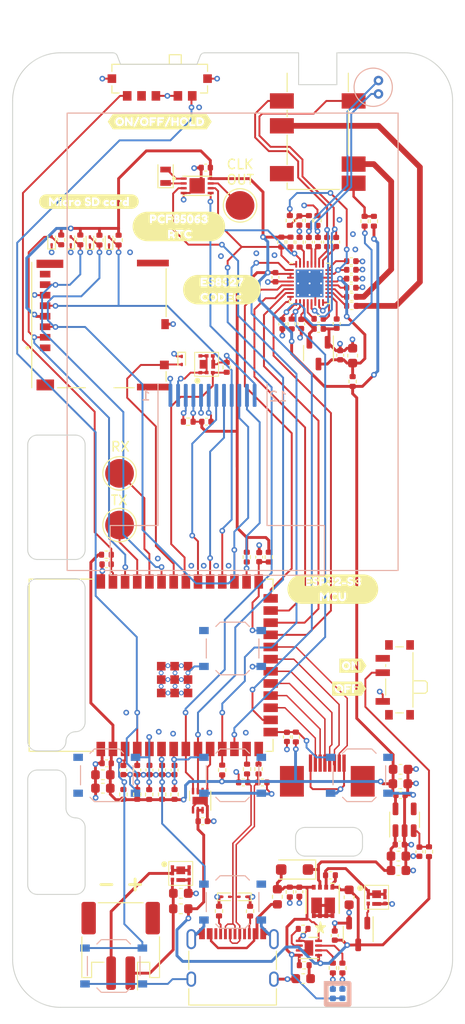
<source format=kicad_pcb>
(kicad_pcb (version 20221018) (generator pcbnew)
  (layers (0 "F.Cu" signal) (1 "In1.Cu" signal) (2 "In2.Cu" signal) (31 "B.Cu" signal) (34 "B.Paste" user) (35 "F.Paste" user) (36 "B.SilkS" user "B.Silkscreen") (37 "F.SilkS" user "F.Silkscreen") (38 "B.Mask" user) (39 "F.Mask" user) (44 "Edge.Cuts" user))
  (net 0 "")
  (net 1 "/Power/Batt+_unfuse")
  (net 2 "Net-(BT1--)")
  (net 3 "IO7")
  (net 4 "GND")
  (net 5 "PWR")
  (net 6 "HOLD")
  (net 7 "IO0")
  (net 8 "IO5")
  (net 9 "IO3")
  (net 10 "IO6")
  (net 11 "/EN")
  (net 12 "+3.3V")
  (net 13 "D-")
  (net 14 "D+")
  (net 15 "ADCVREF")
  (net 16 "Net-(U3-DACVREF)")
  (net 17 "Net-(U3-VMID)")
  (net 18 "+3.3VA")
  (net 19 "+1V8")
  (net 20 "Net-(U3-CPBOT)")
  (net 21 "Net-(U3-CPTOP)")
  (net 22 "/Codec/M2+")
  (net 23 "Net-(U3-MIC2P)")
  (net 24 "/Codec/M2-")
  (net 25 "Net-(U3-MIC2N)")
  (net 26 "/Codec/M1+")
  (net 27 "Net-(U3-MIC1P)")
  (net 28 "/Codec/M1-")
  (net 29 "Net-(U3-MIC1N)")
  (net 30 "Net-(U3-CPVSSP)")
  (net 31 "Net-(U3-HEADSET)")
  (net 32 "Net-(C27-Pad2)")
  (net 33 "BATT+")
  (net 34 "VBUS")
  (net 35 "/Power/Vin")
  (net 36 "Net-(C34-Pad1)")
  (net 37 "/Power/REG_EN")
  (net 38 "Net-(D4-K)")
  (net 39 "Net-(D5-K)")
  (net 40 "SD_DETECT")
  (net 41 "MISO")
  (net 42 "CLK")
  (net 43 "MOSI")
  (net 44 "SD_CS")
  (net 45 "/Power/VBUS_IN")
  (net 46 "T1")
  (net 47 "T2")
  (net 48 "T3")
  (net 49 "T4")
  (net 50 "T5")
  (net 51 "Net-(J2-PadR1)")
  (net 52 "Net-(J2-PadT)")
  (net 53 "/Codec/HP_Detect")
  (net 54 "/Power/CC1")
  (net 56 "/Power/CC2")
  (net 60 "/Power/PSEN_GATE")
  (net 61 "/Power/PSEN_DRIVE")
  (net 62 "Net-(Q3A-D2-Pad7)")
  (net 63 "DISPLAY_BACKLIGHT_EN")
  (net 64 "Net-(Q4-D)")
  (net 65 "/TD-")
  (net 66 "/TD+")
  (net 67 "SDA")
  (net 68 "SCL")
  (net 69 "Net-(U3-CE)")
  (net 70 "HEADSET_INT")
  (net 71 "Net-(U3-LOUT)")
  (net 72 "Net-(U3-ROUT)")
  (net 73 "/Power/STBY")
  (net 74 "/Power/CHRG")
  (net 75 "/Power/PROG")
  (net 76 "Net-(U8-LEDA)")
  (net 77 "DISPLAY_RESET")
  (net 78 "RTC_INT")
  (net 81 "FUEL_INT")
  (net 82 "T6")
  (net 83 "SDOUT")
  (net 84 "LRCK")
  (net 85 "SDIN")
  (net 86 "SCLK")
  (net 87 "MCLK")
  (net 88 "DISPLAY_CS")
  (net 89 "DISPLAY_DC")
  (net 90 "Net-(U2-TXD0)")
  (net 91 "Net-(U2-RXD0)")
  (net 94 "/Peripherals/OSCI")
  (net 95 "/Peripherals/OSCO")
  (net 96 "Net-(U10-CLKOUT)")
  (footprint "Diode_SMD:D_SOD-923" (layer "F.Cu") (at 154.5 147.2 180)
    (fp_text reference "D1" hide)
    (fp_text value "SZESD9B5.0ST5G")
  )
  (footprint "Capacitor_SMD:C_0603_1608Metric" (layer "F.Cu") (at 139.855 134.45 180)
    (fp_text reference "C13" hide)
    (fp_text value "10uF")
  )
  (footprint "Capacitor_SMD:C_0402_1005Metric" (layer "F.Cu") (at 140.25 112.45 180)
    (fp_text reference "C2" hide)
    (fp_text value "0.1uF")
  )
  (footprint "Capacitor_SMD:C_0402_1005Metric" (layer "F.Cu") (at 157.9 82.45 90)
    (fp_text reference "C14" hide)
    (fp_text value "0.1uF")
  )
  (footprint "MountingHole:MountingHole_2.2mm_M2" (layer "F.Cu") (at 172.59 154.95)
    (fp_text reference "H4" hide)
    (fp_text value "MountingHole")
  )
  (footprint "Capacitor_SMD:C_0402_1005Metric" (layer "F.Cu") (at 150.6125 71 180)
    (fp_text reference "C47" hide)
    (fp_text value "100nF")
  )
  (footprint "Package_DFN_QFN:DFN-8-1EP_2x2mm_P0.5mm_EP0.9x1.6mm" (layer "F.Cu") (at 161.4 152.55)
    (fp_text reference "U5" hide)
    (fp_text value "LGS4056H")
  )
  (footprint "Capacitor_SMD:C_0603_1608Metric" (layer "F.Cu") (at 170.949998 135.387501)
    (fp_text reference "C37" hide)
    (fp_text value "10uF")
  )
  (footprint "Package_DFN_QFN:DFN-8-1EP_2x2mm_P0.5mm_EP0.8x1.6mm" (layer "F.Cu") (at 150.03 137.15 90)
    (fp_text reference "U9" hide)
    (fp_text value "MAX17048")
  )
  (footprint "Resistor_SMD:R_0402_1005Metric" (layer "F.Cu") (at 159.595 87.335 90)
    (fp_text reference "R14" hide)
    (fp_text value "10K")
  )
  (footprint "Capacitor_SMD:C_0402_1005Metric" (layer "F.Cu") (at 165.83 80.775 180)
    (fp_text reference "C17" hide)
    (fp_text value "1uF")
  )
  (footprint "Capacitor_SMD:C_0402_1005Metric" (layer "F.Cu") (at 146.05 133.95 -90)
    (fp_text reference "C7" hide)
    (fp_text value "0.1uF")
  )
  (footprint "Package_TO_SOT_SMD:SOT-23-3" (layer "F.Cu") (at 166.55 151.0875 -90)
    (fp_text reference "U6" hide)
    (fp_text value "SSP61CC3602MR")
  )
  (footprint "Resistor_SMD:R_0402_1005Metric" (layer "F.Cu") (at 152.8 91.875001 90)
    (fp_text reference "R34" hide)
    (fp_text value "1M")
  )
  (footprint "Resistor_SMD:R_0402_1005Metric" (layer "F.Cu") (at 167.22 76.6 -90)
    (fp_text reference "R15" hide)
    (fp_text value "220R")
  )
  (footprint "Capacitor_SMD:C_0402_1005Metric" (layer "F.Cu") (at 164.3 87.3 90)
    (fp_text reference "C25" hide)
    (fp_text value "1uF")
  )
  (footprint "Footprints:MOLEX_503398-1892" (layer "F.Cu") (at 139.445 87.45 90)
    (fp_text reference "J4" hide)
    (fp_text value "Micro_SD_Card_Det1")
  )
  (footprint "Capacitor_SMD:C_0402_1005Metric" (layer "F.Cu") (at 170.9 141.749998)
    (fp_text reference "C33" hide)
    (fp_text value "1uF")
  )
  (footprint "Connector_JST:JST_PH_S2B-PH-SM4-TB_1x02-1MP_P2.00mm_Horizontal" (layer "F.Cu") (at 141.72 152.33 180)
    (fp_text reference "BT1" hide)
    (fp_text value "Battery_Cell")
  )
  (footprint "Capacitor_SMD:C_0402_1005Metric" (layer "F.Cu") (at 165.83 81.675 180)
    (fp_text reference "C15" hide)
    (fp_text value "1uF")
  )
  (footprint "Resistor_SMD:R_0402_1005Metric" (layer "F.Cu") (at 152 148.690001 90)
    (fp_text reference "R24" hide)
    (fp_text value "5.1K")
  )
  (footprint "Capacitor_SMD:C_0402_1005Metric" (layer "F.Cu") (at 143.45 133.95 -90)
    (fp_text reference "C3" hide)
    (fp_text value "0.1uF")
  )
  (footprint "Resistor_SMD:R_0402_1005Metric" (layer "F.Cu") (at 154.93 133.85 90)
    (fp_text reference "R9" hide)
    (fp_text value "0R")
  )
  (footprint "Capacitor_SMD:C_0402_1005Metric" (layer "F.Cu") (at 163.295 78.775 -90)
    (fp_text reference "C23" hide)
    (fp_text value "1uF")
  )
  (footprint "Resistor_SMD:R_0402_1005Metric" (layer "F.Cu") (at 158.52 78.775 -90)
    (fp_text reference "R12" hide)
    (fp_text value "2K")
  )
  (footprint "Diode_SMD:D_SOD-923" (layer "F.Cu") (at 134.5 78.65 90)
    (fp_text reference "D10" hide)
    (fp_text value "SZESD9B5.0ST5G")
  )
  (footprint "Capacitor_SMD:C_0603_1608Metric" (layer "F.Cu") (at 170.754997 142.95)
    (fp_text reference "C31" hide)
    (fp_text value "10uF")
  )
  (footprint "Resistor_SMD:R_0402_1005Metric" (layer "F.Cu") (at 141.5 78.57 -90)
    (fp_text reference "R39" hide)
    (fp_text value "DNP")
  )
  (footprint "Capacitor_SMD:C_0402_1005Metric" (layer "F.Cu") (at 164.1 151.25 90)
    (fp_text reference "C40" hide)
    (fp_text value "100nF")
  )
  (footprint "Resistor_SMD:R_0402_1005Metric" (layer "F.Cu") (at 163.9 154.64 90)
    (fp_text reference "R27" hide)
    (fp_text value "2K")
  )
  (footprint "Resistor_SMD:R_0402_1005Metric" (layer "F.Cu") (at 147.35 136.5 90)
    (fp_text reference "R1" hide)
    (fp_text value "10K")
  )
  (footprint "MountingHole:MountingHole_2.2mm_M2" (layer "F.Cu") (at 134.25 62.8)
    (fp_text reference "H3" hide)
    (fp_text value "MountingHole")
  )
  (footprint "TestPoint:TestPoint_Pad_D3.0mm" (layer "F.Cu") (at 154.2 74.95)
    (fp_text reference "TP3" hide)
    (fp_text value "CLKOUT")
  )
  (footprint "Capacitor_SMD:C_0603_1608Metric" (layer "F.Cu") (at 165.97 90.65 90)
    (fp_text reference "C41" hide)
    (fp_text value "10uF")
  )
  (footprint "Diode_SMD:D_SOD-923" (layer "F.Cu") (at 152.7 147.2)
    (fp_text reference "D2" hide)
    (fp_text value "SZESD9B5.0ST5G")
  )
  (footprint "Resistor_SMD:R_0402_1005Metric" (layer "F.Cu") (at 139.5 78.57 -90)
    (fp_text reference "R38" hide)
    (fp_text value "DNP")
  )
  (footprint "Capacitor_SMD:C_0402_1005Metric" (layer "F.Cu") (at 159.1 130.49 -90)
    (fp_text reference "C6" hide)
    (fp_text value "0.1uF")
  )
  (footprint "Capacitor_SMD:C_0402_1005Metric" (layer "F.Cu") (at 172.949998 142.487501 -90)
    (fp_text reference "C43" hide)
    (fp_text value "0.1uF")
  )
  (footprint "Footprints:PJ-316A-6A" (layer "F.Cu") (at 162.32 61.13)
    (fp_text reference "J2" hide)
    (fp_text value "PJ-316A-6A")
  )
  (footprint "Resistor_SMD:R_0402_1005Metric" (layer "F.Cu") (at 162.295 76.525 90)
    (fp_text reference "R20" hide)
    (fp_text value "2K")
  )
  (footprint "Resistor_SMD:R_0402_1005Metric" (layer "F.Cu") (at 155.25 148.7 90)
    (fp_text reference "R25" hide)
    (fp_text value "5.1K")
  )
  (footprint "kibuzzard-64D61F96" (layer "F.Cu") (at 145.8 66.2)
    (fp_text reference "kibuzzard-64D61F96" hide)
    (fp_text value "G***" hide)
  )
  (footprint "Resistor_SMD:R_0402_1005Metric" (layer "F.Cu") (at 160.42 78.8 -90)
    (fp_text reference "R13" hide)
    (fp_text value "10K")
  )
  (footprint "Resistor_SMD:R_0402_1005Metric" (layer "F.Cu") (at 168.19 76.6 90)
    (fp_text reference "R17" hide)
    (fp_text value "1M")
  )
  (footprint "Capacitor_SMD:C_0402_1005Metric" (layer "F.Cu") (at 161.395 78.775 -90)
    (fp_text reference "C21" hide)
    (fp_text value "1uF")
  )
  (footprint "kibuzzard-64D61F3E" (layer "F.Cu") (at 165.6 125.45)
    (fp_text reference "kibuzzard-64D61F3E" hide)
    (fp_text value "G***" hide)
  )
  (footprint "Capacitor_SMD:C_0402_1005Metric" (layer "F.Cu") (at 160.4 76.525 90)
    (fp_text reference "C27" hide)
    (fp_text value "4.7uF")
  )
  (footprint "Footprints:0.5-8P CTXJ-H2.0 119" (layer "F.Cu") (at 163.32 135.48 180)
    (fp_text reference "J1" hide)
    (fp_text value "0.5-8P CTXJ-H2.0 119")
  )
  (footprint "Footprints:XCVR_ESP32-S3-WROOM-1-N4R2" (layer "F.Cu") (at 144.9 123 90)
    (fp_text reference "U2" hide)
    (fp_text value "ESP32-S3-WROOM-1-N4R2")
  )
  (footprint "Resistor_SMD:R_0402_1005Metric" (layer "F.Cu") (at 159.47 78.775 -90)
    (fp_text reference "R11" hide)
    (fp_text value "2K")
  )
  (footprint "Capacitor_SMD:C_0402_1005Metric" (layer "F.Cu") (at 140.255 133.25 180)
    (fp_text reference "C9" hide)
    (fp_text value "0.1uF")
  )
  (footprint "Resistor_SMD:R_0402_1005Metric" (layer "F.Cu") (at 160.91 154.35)
    (fp_text reference "R26" hide)
    (fp_text value "1R")
  )
  (footprint "kibuzzard-64D61D91" (layer "F.Cu") (at 152.3 83.75)
    (fp_text reference "kibuzzard-64D61D91" hide)
    (fp_text value "G***" hide)
  )
  (footprint "Resistor_SMD:R_0402_1005Metric" (layer "F.Cu") (at 140.23 111.45)
    (fp_text reference "R2" hide)
    (fp_text value "10K")
  )
  (footprint "Resistor_SMD:R_0402_1005Metric" (layer "F.Cu") (at 165.855 84.5)
    (fp_text reference "R18" hide)
    (fp_text value "33R")
  )
  (footprint "Footprints:YJQ10N02A" (layer "F.Cu") (at 150.7 91.55 90)
    (fp_text reference "Q4" hide)
    (fp_text value "YJQ10N02A")
  )
  (footprint "Resistor_SMD:R_0402_1005Metric" (layer "F.Cu") (at 144.7 136.51 90)
    (fp_text reference "R5" hide)
    (fp_text value "10K")
  )
  (footprint "Capacitor_SMD:C_0603_1608Metric" (layer "F.Cu") (at 170.754995 144.449999)
    (fp_text reference "C32" hide)
    (fp_text value "10uF")
  )
  (footprint "Capacitor_SMD:C_0402_1005Metric" (layer "F.Cu") (at 158.62 87.35 90)
    (fp_text reference "C26" hide)
    (fp_text value "47nF")
  )
  (footprint "Resistor_SMD:R_0402_1005Metric" (layer "F.Cu") (at 159.4 146.7 90)
    (fp_text reference "R23" hide)
    (fp_text value "1M")
  )
  (footprint "Capacitor_SMD:C_0402_1005Metric" (layer "F.Cu") (at 162.42 87.85 180)
    (fp_text reference "C44" hide)
    (fp_text value "1uF")
  )
  (footprint "Capacitor_SMD:C_0402_1005Metric" (layer "F.Cu") (at 156.53 135.25)
    (fp_text reference "C12" hide)
    (fp_text value "NC")
  )
  (footprint "Capacitor_SMD:C_0402_1005Metric" (layer "F.Cu") (at 160.4 146.68 -90)
    (fp_text reference "C30" hide)
    (fp_text value "1uF")
  )
  (footprint "Capacitor_SMD:C_0603_1608Metric" (layer "F.Cu") (at 165.6 147.25 -90)
    (fp_text reference "C28" hide)
    (fp_text value "10uF")
  )
  (footprint "kibuzzard-64D61E82" (layer "F.Cu") (at 163.9 115.05)
    (fp_text reference "kibuzzard-64D61E82" hide)
    (fp_text value "G***" hide)
  )
  (footprint "Package_TO_SOT_SMD:SOT-23-5" (layer "F.Cu") (at 171.4 139.15 90)
    (fp_text reference "U4" hide)
    (fp_text value "XC6210B332MR")
  )
  (footprint "Resistor_SMD:R_0402_1005Metric" (layer "F.Cu") (at 148.78 97.55 180)
    (fp_text reference "R35" hide)
    (fp_text value "10R")
  )
  (footprint "kibuzzard-64D61F46" (layer "F.Cu") (at 166 123.05)
    (fp_text reference "kibuzzard-64D61F46" hide)
    (fp_text value "G***" hide)
  )
  (footprint "Resistor_SMD:R_0402_1005Metric" (layer "F.Cu") (at 154.9 111.7 90)
    (fp_text reference "R36" hide)
    (fp_text value "1M")
  )
  (footprint "Fuse:Fuse_0603_1608Metric" (layer "F.Cu") (at 148 148.45)
    (fp_text reference "F1" hide)
    (fp_text value "Polyfuse")
  )
  (footprint "Resistor_SMD:R_0402_1005Metric" (layer "F.Cu") (at 164.9 154.64 90)
    (fp_text reference "R28" hide)
    (fp_text value "2K")
  )
  (footprint "Resistor_SMD:R_0402_1005Metric" (layer "F.Cu") (at 161.395 76.525 -90)
    (fp_text reference "R19" hide)
    (fp_text value "2K")
  )
  (footprint "Resistor_SMD:R_0402_1005Metric" (layer "F.Cu") (at 163.65 144.95)
    (fp_text reference "R22" hide)
    (fp_text value "1M")
  )
  (footprint "Resistor_SMD:R_0402_1005Metric" (layer "F.Cu") (at 165.855 85.45)
    (fp_text reference "R21" hide)
    (fp_text value "33R")
  )
  (footprint "Resistor_SMD:R_0402_1005Metric" (layer "F.Cu") (at 135.5 78.55 -90)
    (fp_text reference "R37" hide)
    (fp_text value "100K")
  )
  (footprint "Button_Switch_SMD:SW_SPDT_PCM12" (layer "F.Cu") (at 170.545 124.53 90)
    (fp_text reference "SW7" hide)
    (fp_text value "Power")
  )
  (footprint "Capacitor_SMD:C_0402_1005Metric" (layer "F.Cu") (at 147.35 133.95 -90)
    (fp_text reference "C1" hide)
    (fp_text value "0.1uF")
  )
  (footprint "Capacitor_SMD:C_0402_1005Metric" (layer "F.Cu") (at 160.595 87.335 90)
    (fp_text reference "C19" hide)
    (fp_text value "0.1uF")
  )
  (footprint "Resistor_SMD:R_0402_1005Metric" (layer "F.Cu") (at 160.8 150.55)
    (fp_text reference "R29" hide)
    (fp_text value "2K")
  )
  (footprint "Resistor_SMD:R_0402_1005Metric" (layer "F.Cu") (at 159.405 76.525 -90)
    (fp_text reference "R16" hide)
    (fp_text value "220R")
  )
  (footprint "Capacitor_SMD:C_0402_1005Metric" (layer "F.Cu") (at 154.53 135.25 180)
    (fp_text reference "C10" hide)
    (fp_text value "NC")
  )
  (footprint "Capacitor_SMD:C_0402_1005Metric" (layer "F.Cu") (at 150.68 97.55)
    (fp_text reference "C45" hide)
    (fp_text value "100nF")
  )
  (footprint "Footprints:PCF85063TP_1Z" (layer "F.Cu") (at 149.7125 72.9)
    (fp_text reference "U10" hide)
    (fp_text value "PCF85063TP/1Z")
  )
  (footprint "Footprints:YJQD30P02A_DFN3.3x3.3" (layer "F.Cu") (at 162.82 147.58 180)
    (fp_text reference "Q3" hide)
    (fp_text value "YJQD30P02A")
  )
  (footprint "Resistor_SMD:R_0402_1005Metric" (layer "F.Cu") (at 156.13 133.85 90)
    (fp_text reference "R10" hide)
    (fp_text value "0R")
  )
  (footprint "Resistor_SMD:R_0402_1005Metric" (layer "F.Cu") (at 142 136.5 90)
    (fp_text reference "R8" hide)
    (fp_text value "10K")
  )
  (footprint "Resistor_SMD:R_0402_1005Metric" (layer "F.Cu") (at 165.97 93.35 90)
    (fp_text reference "FB1" hide)
    (fp_text value "0R")
  )
  (footprint "Capacitor_SMD:C_0402_1005Metric" (layer "F.Cu") (at 165.825 83.55 180)
    (fp_text reference "C16" hide)
    (fp_text value "1uF")
  )
  (footprint "Capacitor_SMD:C_0402_1005Metric" (layer "F.Cu") (at 162.42 86.8 180)
    (fp_text reference "C20" hide)
    (fp_text value "1uF")
  )
  (footprint "Capacitor_SMD:C_0603_1608Metric" (layer "F.Cu") (at 160.8 155.75 180)
    (fp_text reference "C34" hide)
    (fp_text value "10uF")
  )
  (footprint "Package_TO_SOT_SMD:SOT-23-3" (layer "F.Cu") (at 162.399999 90.3875 -90)
    (fp_text reference "U7" hide)
    (fp_text value "XC6206P182MR")
  )
  (footprint "kibuzzard-64D61E16" (layer "F.Cu") (at 147.8 77.15)
    (fp_text reference "kibuzzard-64D61E16" hide)
    (fp_text value "G***" hide)
  )
  (footprint "Footprints:U263-163N-4OS1735" (layer "F.Cu") (at 153.42 154.73)
    (fp_text reference "J3" hide)
    (fp_text value "U263-163N-4OS1735")
  )
  (footprint "Footprints:YJQ10N02A" (layer "F.Cu") (at 148 144.7555)
    (fp_text reference "Q1" hide)
    (fp_text value "YJQ10N02A")
  )
  (footprint "Capacitor_SMD:C_0402_1005Metric" (layer "F.Cu") (at 165.825 82.6 180)
    (fp_text reference "C18" hide)
    (fp_text value "0.1uF")
  )
  (footprint "Resistor_SMD:R_0402_1005Metric" (layer "F.Cu") (at 137.5 78.55 -90)
    (fp_text reference "R40" hide)
    (fp_text value "DNP")
  )
  (footprint "Diode_SMD:D_SOD-123F" (layer "F.Cu") (at 159.9 144.35 180)
    (fp_text reference "D3" hide)
    (fp_text value "DSS34")
  )
  (footprint "Diode_SMD:D_SOD-923" (layer "F.Cu") (at 136.5 78.65 90)
    (fp_text reference "D7" hide)
    (fp_text value "SZESD9B5.0ST5G")
  )
  (footprint "Capacitor_SMD:C_0603_1608Metric" (layer "F.Cu") (at 170.974997 133.877504)
    (fp_text reference "C35" hide)
    (fp_text value "10uF")
  )
  (footprint "Capacitor_SMD:C_0402_1005Metric" (layer "F.Cu") (at 142 133.95 -90)
    (fp_text reference "C8" hide)
    (fp_text value "0.1uF")
  )
  (footprint "Resistor_SMD:R_0402_1005Metric" (layer "F.Cu") (at 157.2 111.7 -90)
    (fp_text reference "R4" hide)
    (fp_text value "10K")
  )
  (footprint "Resistor_SMD:R_0402_1005Metric" (layer "F.Cu") (at 146.05 136.5 90)
    (fp_text reference "R7" hide)
    (fp_text value "10K")
  )
  (footprint "Diode_SMD:D_SOD-923" (layer "F.Cu") (at 148.1 91.15 -90)
    (fp_text reference "D6" hide)
    (fp_text value "SZESD9B5.0ST5G")
  )
  (footprint "Capacitor_SMD:C_0402_1005Metric" (layer "F.Cu") (at 156.2 111.7 90)
    (fp_text reference "C4" hide)
    (fp_text value "0.1uF")
  )
  (footprint "Resistor_SMD:R_0402_1005Metric" (layer "F.Cu") (at 152.33 133.95 -90)
    (fp_text reference "R41" hide)
    (fp_text value "1M")
  )
  (footprint "TestPoint:TestPoint_Pad_D3.0mm" (layer "F.Cu") (at 141.6 102.95)
    (fp_text reference "TP2" hide)
    (fp_text value "RX")
  )
  (footprint "Capacitor_SMD:C_0402_1005Metric" (layer "F.Cu") (at 170.974997 136.577505)
    (fp_text reference "C36" hide)
    (fp_text value "1uF")
  )
  (footprint "Capacitor_SMD:C_0402_1005Metric" (layer "F.Cu") (at 164.245 78.775 -90)
    (fp_text reference "C24" hide)
    (fp_text value "1uF")
  )
  (footprint "Fuse:Fuse_0603_1608Metric" (layer "F.Cu") (at 158.1 147.2 90)
    (fp_text reference "F2" hide)
    (fp_text value "Polyfuse")
  )
  (footprint "Footprints:SK-3393M-G1" (layer "F.Cu") (at 145.8 61.7)
    (fp_text reference "U1" hide)
    (fp_text value "Sk-3393")
  )
  (footprint "Package_DFN_QFN:QFN-32-1EP_4x4mm_P0.4mm_EP2.9x2.9mm_ThermalVias" (layer "F.Cu") (at 161.47 83.1)
    (fp_text reference "U3" hide)
    (fp_text value "ES8327")
  )
  (footprint "Capacitor_SMD:C_0402_1005Metric" (layer "F.Cu") (at 162.345 78.775 -90)
    (fp_text reference "C22" hide)
    (fp_text value "1uF")
  )
  (footprint "Diode_SMD:D_SOD-923" (layer "F.Cu") (at 140.5 78.67 90)
    (fp_text reference "D8" hide)
    (fp_text value "SZESD9B5.0ST5G")
  )
  (footprint "Resistor_SMD:R_0402_1005Metric" (layer "F.Cu") (at 173.949998 142.487501 90)
    (fp_text reference "R33" hide)
    (fp_text value "10K")
  )
  (footprint "Crystal:Crystal_SMD_2012-2Pin_2.0x1.2mm" (layer "F.Cu") (at 146.4125 71.9 90)
    (fp_text reference "Y1" hide)
    (fp_text value "32.768KHz")
  )
  (footprint "kibuzzard-64D61DB7" (layer "F.Cu") (at 138.4 74.55)
    (fp_text reference "kibuzzard-64D61DB7" hide)
    (fp_text value "G***" hide)
  )
  (footprint "TestPoint:TestPoint_Pad_D3.0mm" (layer "F.Cu") (at 141.6 108.35)
    (fp_text reference "TP1" hide)
    (fp_text value "TX")
  )
  (footprint "MountingHole:MountingHole_2.2mm_M2" (layer "F.Cu") (at 172.59 62.8)
    (fp_text reference "H2" hide)
    (fp_text value "MountingHole")
  )
  (footprint "Capacitor_SMD:C_0402_1005Metric" (layer "F.Cu") (at 150.3 139.3)
    (fp_text reference "C46" hide)
    (fp_text value "100nF")
  )
  (footprint "Diode_SMD:D_SOD-923" (layer "F.Cu") (at 138.5 78.67 90)
    (fp_text reference "D9" hide)
    (fp_text value "SZESD9B5.0ST5G")
  )
  (footprint "Resistor_SMD:R_0402_1005Metric" (layer "F.Cu") (at 160.03 130.5 90)
    (fp_text reference "R6" hide)
    (fp_text value "10K")
  )
  (footprint "Capacitor_SMD:C_0402_1005Metric" (layer "F.Cu") (at 164.67 90.6 -90)
    (fp_text reference "C42" hide)
    (fp_text value "1uF")
  )
  (footprint "Footprints:YJQ10N02A" (layer "F.Cu") (at 168.475 147.25)
    (fp_text reference "Q2" hide)
    (fp_text value "YJQ10N02A")
  )
  (footprint "Capacitor_SMD:C_0603_1608Metric" (layer "F.Cu") (at 148 146.8345)
    (fp_text reference "C29" hide)
    (fp_text value "10uF")
  )
  (footprint "Capacitor_SMD:C_0603_1608Metric" (layer "F.Cu") (at 139.855 135.85 180)
    (fp_text reference "C11" hide)
    (fp_text value "10uF")
  )
  (footprint "MountingHole:MountingHole_2.2mm_M2" (layer "F.Cu") (at 134.25 154.95)
    (fp_text reference "H1" hide)
    (fp_text value "MountingHole")
  )
  (footprint "Resistor_SMD:R_0402_1005Metric" (layer "F.Cu") (at 143.45 136.5 90)
    (fp_text reference "R3" hide)
    (fp_text value "10K")
  )
  (footprint "Capacitor_SMD:C_0402_1005Metric" (layer "F.Cu") (at 144.73 133.95 -90)
    (fp_text reference "C5" hide)
    (fp_text value "0.1uF")
  )
  (footprint "Button_Switch_SMD:SW_Push_1P1T_XKB_TS-1187A" (layer "B.Cu") (at 140.27 134.5 180)
    (fp_text reference "SW3" hide)
    (fp_text value "FF")
  )
  (footprint "Button_Switch_SMD:SW_Push_1P1T_XKB_TS-1187A" (layer "B.Cu") (at 153.42 147.75 180)
    (fp_text reference "SW5" hide)
    (fp_text value "PP")
  )
  (footprint "Button_Switch_SMD:SW_Push_1P1T_XKB_TS-1187A" (layer "B.Cu") (at 166.67 134.5 180)
    (fp_text reference "SW4" hide)
    (fp_text value "RW")
  )
  (footprint "Button_Switch_SMD:SW_Push_1P1T_XKB_TS-1187A" (layer "B.Cu") (at 153.42 134.5 180)
    (fp_text reference "SW1" hide)
    (fp_text value "SEL")
  )
  (footprint "Footprints:TFT020-2_same_side" (layer "B.Cu") (at 151.92 90.9 180)
    (fp_text reference "U8" hide)
    (fp_text value "ST7889 2\" LCD")
  )
  (footprint "Button_Switch_SMD:SW_Push_1P1T_XKB_TS-1187A" (layer "B.Cu") (at 153.42 121.25 180)
    (fp_text reference "SW2" hide)
    (fp_text value "BOOT/HOME")
  )
  (footprint "Button_Switch_SMD:SW_Push_1P1T_XKB_TS-1187A" (layer "B.Cu") (at 140.986762 154.43 180)
    (fp_text reference "SW6" hide)
    (fp_text value "RESET")
  )
  (footprint "LED_SMD:LED_0402_1005Metric" (layer "B.Cu") (at 164.9 157.320001 -90)
    (fp_text reference "D5" hide)
    (fp_text value "CHRG")
  )
  (footprint "Footprints:GMI4015P-2C-66db" (layer "B.Cu") (at 168.12 62.6)
    (fp_text reference "MK1" hide)
    (fp_text value "GMI4015P-2C-66db")
  )
  (footprint "LED_SMD:LED_0402_1005Metric" (layer "B.Cu") (at 163.9 157.335 -90)
    (fp_text reference "D4" hide)
    (fp_text value "STBY")
  )
  (gr_rect (start 163.2 156.25) (end 165.6 158.45) (stroke (width 0.5)) (fill none) (layer "B.SilkS"))
  (gr_line (start 162.6 149.85) (end 162.3 150.95) (stroke (width 0.15)) (layer "F.SilkS"))
  (gr_line (start 162.5 150.65) (end 162.4 150.75) (stroke (width 0.15)) (layer "F.SilkS"))
  (gr_line (start 162.3 150.95) (end 163.1 150.25) (stroke (width 0.15)) (layer "F.SilkS"))
  (gr_line (start 162.6 150.15) (end 162.6 150.45) (stroke (width 0.15)) (layer "F.SilkS"))
  (gr_line (start 162.9 150.35) (end 162.5 150.65) (stroke (width 0.15)) (layer "F.SilkS"))
  (gr_line (start 162.9 150.95) (end 162.6 149.85) (stroke (width 0.15)) (layer "F.SilkS"))
  (gr_line (start 162.1 150.25) (end 162.9 150.95) (stroke (width 0.15)) (layer "F.SilkS"))
  (gr_line (start 162.3 150.35) (end 162.9 150.35) (stroke (width 0.15)) (layer "F.SilkS"))
  (gr_line (start 162.4 150.75) (end 162.6 150.15) (stroke (width 0.15)) (layer "F.SilkS"))
  (gr_line (start 163.1 150.25) (end 162.1 150.25) (stroke (width 0.15)) (layer "F.SilkS"))
  (gr_line (start 162.8 150.75) (end 162.3 150.35) (stroke (width 0.15)) (layer "F.SilkS"))
  (gr_arc (start 137 113.95) (mid 137.707107 114.242893) (end 138 114.95) (stroke (width 0.1)) (layer "Edge.Cuts"))
  (gr_line (start 138 99.95) (end 138 110.95) (stroke (width 0.1)) (layer "Edge.Cuts"))
  (gr_arc (start 138 128.95) (mid 137.707107 129.657107) (end 137 129.95) (stroke (width 0.1)) (layer "Edge.Cuts"))
  (gr_arc (start 133 131.95) (mid 132.292893 131.657107) (end 132 130.95) (stroke (width 0.1)) (layer "Edge.Cuts"))
  (gr_arc (start 133 111.95) (mid 132.292893 111.657107) (end 132 110.95) (stroke (width 0.1)) (layer "Edge.Cuts"))
  (gr_arc (start 137 138.95) (mid 137.707107 139.242893) (end 138 139.95) (stroke (width 0.1)) (layer "Edge.Cuts"))
  (gr_line (start 133 146.95) (end 137 146.95) (stroke (width 0.1)) (layer "Edge.Cuts"))
  (gr_line (start 150.5 59) (end 160.32 59) (stroke (width 0.1)) (layer "Edge.Cuts"))
  (gr_arc (start 140.9 59) (mid 141.162865 59.074674) (end 141.347213 59.276392) (stroke (width 0.1)) (layer "Edge.Cuts"))
  (gr_arc locked (start 176.42 153.75) (mid 174.955534 157.285534) (end 171.42 158.75) (stroke (width 0.1)) (layer "Edge.Cuts"))
  (gr_line (start 160 141.95) (end 160 140.95) (stroke (width 0.1)) (layer "Edge.Cuts"))
  (gr_line (start 141.7 60.2) (end 149.7 60.2) (stroke (width 0.1)) (layer "Edge.Cuts"))
  (gr_arc (start 136 130.95) (mid 136.292893 130.242893) (end 137 129.95) (stroke (width 0.1)) (layer "Edge.Cuts"))
  (gr_arc (start 132 134.95) (mid 132.292893 134.242893) (end 133 133.95) (stroke (width 0.1)) (layer "Edge.Cuts"))
  (gr_line (start 138 145.95) (end 138 139.95) (stroke (width 0.1)) (layer "Edge.Cuts"))
  (gr_line (start 161 139.95) (end 166 139.95) (stroke (width 0.1)) (layer "Edge.Cuts"))
  (gr_line (start 136 137.95) (end 136 134.95) (stroke (width 0.1)) (layer "Edge.Cuts"))
  (gr_line (start 137 111.95) (end 133 111.95) (stroke (width 0.1)) (layer "Edge.Cuts"))
  (gr_line locked (start 164.32 62.33) (end 162.32 62.33) (stroke (width 0.1)) (layer "Edge.Cuts"))
  (gr_arc (start 132 114.95) (mid 132.292893 114.242893) (end 133 113.95) (stroke (width 0.1)) (layer "Edge.Cuts"))
  (gr_line (start 135 133.95) (end 133 133.95) (stroke (width 0.1)) (layer "Edge.Cuts"))
  (gr_arc (start 167 141.95) (mid 166.707107 142.657107) (end 166 142.95) (stroke (width 0.1)) (layer "Edge.Cuts"))
  (gr_arc (start 160 140.95) (mid 160.292893 140.242893) (end 161 139.95) (stroke (width 0.1)) (layer "Edge.Cuts"))
  (gr_line locked (start 164.32 62.33) (end 164.32 59) (stroke (width 0.1)) (layer "Edge.Cuts"))
  (gr_arc locked (start 171.42 59) (mid 174.955505 60.464495) (end 176.42 64) (stroke (width 0.1)) (layer "Edge.Cuts"))
  (gr_line locked (start 171.42 158.75) (end 135.42 158.75) (stroke (width 0.1)) (layer "Edge.Cuts"))
  (gr_line locked (start 176.42 64) (end 176.42 153.75) (stroke (width 0.1)) (layer "Edge.Cuts"))
  (gr_line (start 132 114.95) (end 132 130.95) (stroke (width 0.1)) (layer "Edge.Cuts"))
  (gr_line (start 150.052787 59.276392) (end 149.7 60.2) (stroke (width 0.1)) (layer "Edge.Cuts"))
  (gr_arc (start 150.052787 59.276392) (mid 150.237135 59.074674) (end 150.5 59) (stroke (width 0.1)) (layer "Edge.Cuts"))
  (gr_line (start 137 98.95) (end 133 98.95) (stroke (width 0.1)) (layer "Edge.Cuts"))
  (gr_arc locked (start 135.42 158.75) (mid 131.884437 157.285563) (end 130.42 153.75) (stroke (width 0.1)) (layer "Edge.Cuts"))
  (gr_line (start 137 113.95) (end 133 113.95) (stroke (width 0.1)) (layer "Edge.Cuts"))
  (gr_arc (start 137 98.95) (mid 137.707107 99.242893) (end 138 99.95) (stroke (width 0.1)) (layer "Edge.Cuts"))
  (gr_line (start 135 131.95) (end 133 131.95) (stroke (width 0.1)) (layer "Edge.Cuts"))
  (gr_line (start 132 145.95) (end 132 134.95) (stroke (width 0.1)) (layer "Edge.Cuts"))
  (gr_line locked (start 160.32 62.33) (end 162.32 62.33) (stroke (width 0.1)) (layer "Edge.Cuts"))
  (gr_line (start 141.347213 59.276392) (end 141.7 60.2) (stroke (width 0.1)) (layer "Edge.Cuts"))
  (gr_arc (start 161 142.95) (mid 160.292893 142.657107) (end 160 141.95) (stroke (width 0.1)) (layer "Edge.Cuts"))
  (gr_arc (start 132 99.95) (mid 132.292893 99.242893) (end 133 98.95) (stroke (width 0.1)) (layer "Edge.Cuts"))
  (gr_arc (start 137 138.95) (mid 136.292893 138.657107) (end 136 137.95) (stroke (width 0.1)) (layer "Edge.Cuts"))
  (gr_line locked (start 164.32 59) (end 171.42 59) (stroke (width 0.1)) (layer "Edge.Cuts"))
  (gr_arc (start 136 130.95) (mid 135.707107 131.657107) (end 135 131.95) (stroke (width 0.1)) (layer "Edge.Cuts"))
  (gr_arc (start 166 139.95) (mid 166.707107 140.242893) (end 167 140.95) (stroke (width 0.1)) (layer "Edge.Cuts"))
  (gr_line (start 135.42 59) (end 140.9 59) (stroke (width 0.1)) (layer "Edge.Cuts"))
  (gr_arc (start 138 110.95) (mid 137.707107 111.657107) (end 137 111.95) (stroke (width 0.1)) (layer "Edge.Cuts"))
  (gr_arc (start 135 133.95) (mid 135.707107 134.242893) (end 136 134.95) (stroke (width 0.1)) (layer "Edge.Cuts"))
  (gr_line (start 167 140.95) (end 167 141.95) (stroke (width 0.1)) (layer "Edge.Cuts"))
  (gr_line locked (start 130.42 153.75) (end 130.42 64) (stroke (width 0.1)) (layer "Edge.Cuts"))
  (gr_line (start 132 110.95) (end 132 99.95) (stroke (width 0.1)) (layer "Edge.Cuts"))
  (gr_line locked (start 160.32 59) (end 160.32 62.33) (stroke (width 0.1)) (layer "Edge.Cuts"))
  (gr_line (start 166 142.95) (end 161 142.95) (stroke (width 0.1)) (layer "Edge.Cuts"))
  (gr_arc (start 138 145.95) (mid 137.707107 146.657107) (end 137 146.95) (stroke (width 0.1)) (layer "Edge.Cuts"))
  (gr_line (start 138 128.95) (end 138 114.95) (stroke (width 0.1)) (layer "Edge.Cuts"))
  (gr_arc (start 133 146.95) (mid 132.292893 146.657107) (end 132 145.95) (stroke (width 0.1)) (layer "Edge.Cuts"))
  (gr_arc locked (start 130.42 64) (mid 131.884466 60.464466) (end 135.42 59) (stroke (width 0.1)) (layer "Edge.Cuts"))
  (gr_text "RX" (at 140.6 100.75) (layer "F.SilkS") (effects (font (size 1 1)) (justify left bottom)))
  (gr_text "- +" (at 139.1 145.15 180) (layer "F.SilkS") (effects (font (size 1.5 1.5) (thickness 0.3) bold) (justify left bottom mirror)))
  (gr_text "CLK\nOUT" (at 152.7 72.85) (layer "F.SilkS") (effects (font (size 1 1)) (justify left bottom)))
  (gr_text "TX" (at 140.6 106.35) (layer "F.SilkS") (effects (font (size 1 1)) (justify left bottom)))
  (segment (start 147.125 145.4055) (end 147.125 146.7345) (width 0.3) (layer "F.Cu") (net 1))
  (segment (start 147.2125 148.45) (end 147.2125 152.7375) (width 0.3) (layer "F.Cu") (net 1))
  (segment (start 144.77 155.18) (end 142.72 155.18) (width 0.3) (layer "F.Cu") (net 1))
  (segment (start 147.2125 152.7375) (end 144.77 155.18) (width 0.3) (layer "F.Cu") (net 1))
  (segment (start 147.2125 148.45) (end 147.2125 146.847) (width 0.3) (layer "F.Cu") (net 1))
  (segment (start 147.125 144.45) (end 147.125 144.1055) (width 0.3) (layer "F.Cu") (net 2))
  (segment (start 147.125 144.7555) (end 147.125 144.45) (width 0.3) (layer "F.Cu") (net 2))
  (segment (start 148 144.4345) (end 147.1405 144.4345) (width 0.3) (layer "F.Cu") (net 2))
  (segment (start 140.72 148.73) (end 144.6945 144.7555) (width 0.3) (layer "F.Cu") (net 2))
  (segment (start 148.8595 144.4345) (end 148.875 144.45) (width 0.3) (layer "F.Cu") (net 2))
  (segment (start 140.72 155.18) (end 140.72 148.73) (width 0.3) (layer "F.Cu") (net 2))
  (segment (start 144.6945 144.7555) (end 147.125 144.7555) (width 0.3) (layer "F.Cu") (net 2))
  (segment (start 148.875 144.45) (end 148.875 144.1055) (width 0.3) (layer "F.Cu") (net 2))
  (segment (start 148.875 144.7555) (end 148.875 144.45) (width 0.3) (layer "F.Cu") (net 2))
  (segment (start 147.1405 144.4345) (end 147.125 144.45) (width 0.3) (layer "F.Cu") (net 2))
  (segment (start 148 144.4345) (end 148.8595 144.4345) (width 0.3) (layer "F.Cu") (net 2))
  (segment (start 147.35 133.37) (end 147.35 132.9) (width 0.2) (layer "F.Cu") (net 3))
  (segment (start 147.26 132.81) (end 147.26 131.75) (width 0.2) (layer "F.Cu") (net 3))
  (segment (start 147.35 132.9) (end 147.3 132.85) (width 0.2) (layer "F.Cu") (net 3))
  (segment (start 147.35 135.89) (end 147.35 135.1095) (width 0.2) (layer "F.Cu") (net 3))
  (segment (start 147.3 132.85) (end 147.26 132.81) (width 0.2) (layer "F.Cu") (net 3))
  (via (at 147.35 135.2095) (size 0.6) (drill 0.3) (layers "F.Cu" "B.Cu") (net 3))
  (via (at 147.3 132.85) (size 0.6) (drill 0.3) (layers "F.Cu" "B.Cu") (net 3))
  (segment (start 149.025 132.625) (end 148.8 132.85) (width 0.2) (layer "B.Cu") (net 3))
  (segment (start 147.35 135.2095) (end 147.35 132.9) (width 0.2) (layer "B.Cu") (net 3))
  (segment (start 150.42 132.625) (end 149.025 132.625) (width 0.2) (layer "B.Cu") (net 3))
  (segment (start 147.35 132.9) (end 147.3 132.85) (width 0.2) (layer "B.Cu") (net 3))
  (segment (start 148.8 132.85) (end 147.3 132.85) (width 0.2) (layer "B.Cu") (net 3))
  (segment (start 165.13 90.12) (end 165.375 89.875) (width 0.3) (layer "F.Cu") (net 4))
  (segment (start 171.529995 144.449999) (end 172.3 144.45) (width 0.3) (layer "F.Cu") (net 4))
  (segment (start 149.665 151.06) (end 149.1 151.625) (width 0.3) (layer "F.Cu") (net 4))
  (segment (start 171.762499 135.35) (end 172.6 135.35) (width 0.3) (layer "F.Cu") (net 4))
  (segment (start 163.5 87.85) (end 162.9 87.85) (width 0.3) (layer "F.Cu") (net 4))
  (segment (start 157.175 151.06) (end 157.74 151.625) (width 0.3) (layer "F.Cu") (net 4))
  (segment (start 139.77 113.12) (end 139.8 113.15) (width 0.3) (layer "F.Cu") (net 4))
  (segment (start 172.949998 142.967501) (end 172.317501 142.967501) (width 0.2) (layer "F.Cu") (net 4))
  (segment (start 150.1325 71) (end 150.1325 72.48) (width 0.3) (layer "F.Cu") (net 4))
  (segment (start 169.35 147.9) (end 170.05 147.9) (width 0.3) (layer "F.Cu") (net 4))
  (segment (start 166.305 82.6) (end 167 82.6) (width 0.2) (layer "F.Cu") (net 4))
  (segment (start 150.78 139.3) (end 150.78 138.15) (width 0.3) (layer "F.Cu") (net 4))
  (segment (start 160.3875 152.8) (end 161.15 152.8) (width 0.2) (layer "F.Cu") (net 4))
  (segment (start 150.1325 71) (end 149.4 71.05) (width 0.3) (layer "F.Cu") (net 4))
  (segment (start 146.7 134.45) (end 146.68 134.43) (width 0.2) (layer "F.Cu") (net 4))
  (segment (start 163.5 89.099999) (end 163.5 87.85) (width 0.3) (layer "F.Cu") (net 4))
  (segment (start 139.77 114.12) (end 139.64 114.25) (width 0.3) (layer "F.Cu") (net 4))
  (segment (start 160.3875 151.5625) (end 160.7 151.25) (width 0.2) (layer "F.Cu") (net 4))
  (segment (start 172.1 141.75) (end 172.1 141.85) (width 0.3) (layer "F.Cu") (net 4))
  (segment (start 157.93 82.9) (end 159.47 82.9) (width 0.2) (layer "F.Cu") (net 4))
  (segment (start 152 148.180001) (end 152 147.2) (width 0.3) (layer "F.Cu") (net 4))
  (segment (start 172.1 141.85) (end 172 141.75) (width 0.3) (layer "F.Cu") (net 4))
  (segment (start 164.67 90.12) (end 165.13 90.12) (width 0.3) (layer "F.Cu") (net 4))
  (segment (start 139.77 113.18) (end 139.77 114.12) (width 0.3) (layer "F.Cu") (net 4))
  (segment (start 164.67 90.12) (end 164.67 89.43) (width 0.3) (layer "F.Cu") (net 4))
  (segment (start 146.72 134.43) (end 146.7 134.45) (width 0.2) (layer "F.Cu") (net 4))
  (segment (start 165.375 89.875) (end 165.97 89.875) (width 0.3) (layer "F.Cu") (net 4))
  (segment (start 169.3055 147.9445) (end 169.35 147.9) (width 0.3) (layer "F.Cu") (net 4))
  (segment (start 148.875 145.4055) (end 148.875 146.7345) (width 0.3) (layer "F.Cu") (net 4))
  (segment (start 163.47 82.5) (end 162.07 82.5) (width 0.2) (layer "F.Cu") (net 4))
  (segment (start 142.6995 134.43) (end 144.08 134.43) (width 0.2) (layer "F.Cu") (net 4))
  (segment (start 148.3 73.65) (end 148.3 74.35) (width 0.2) (layer "F.Cu") (net 4))
  (segment (start 160.7 151.25) (end 160.8 151.25) (width 0.2) (layer "F.Cu") (net 4))
  (segment (start 161.8 135.95) (end 161.57 135.72) (width 0.2) (layer "F.Cu") (net 4))
  (segment (start 166.31 80.775) (end 166.975 80.775) (width 0.2) (layer "F.Cu") (net 4))
  (segment (start 169.115 126.78) (end 169.115 126.065) (width 0.2) (layer "F.Cu") (net 4))
  (segment (start 150.78 137.716637) (end 150.213363 137.15) (width 0.3) (layer "F.Cu") (net 4))
  (segment (start 146.68 134.43) (end 145.42 134.43) (width 0.2) (layer "F.Cu") (net 4))
  (segment (start 151.3945 91.55) (end 151.3945 90.7195) (width 0.2) (layer "F.Cu") (net 4))
  (segment (start 168.475 147.9445) (end 169.3055 147.9445) (width 0.3) (layer "F.Cu") (net 4))
  (segment (start 132.718399 84.328399) (end 132.72 84.33) (width 0.2) (layer "F.Cu") (net 4))
  (segment (start 171.724998 135.387501) (end 171.724998 136.307504) (width 0.3) (layer "F.Cu") (net 4))
  (segment (start 159.4 147.21) (end 159.4 147.85) (width 0.3) (layer "F.Cu") (net 4))
  (segment (start 172.572496 133.877504) (end 172.6 133.85) (width 0.3) (layer "F.Cu") (net 4))
  (segment (start 164.67 89.43) (end 164.65 89.45) (width 0.3) (layer "F.Cu") (net 4))
  (segment (start 160.42 77.63) (end 160.42 77.025) (width 0.2) (layer "F.Cu") (net 4))
  (segment (start 159.155 155.805) (end 159.97 155.805) (width 0.3) (layer "F.Cu") (net 4))
  (segment (start 171.380002 141.75) (end 172 141.75) (width 0.3) (layer "F.Cu") (net 4))
  (segment (start 166.975 81.675) (end 167 81.65) (width 0.2) (layer "F.Cu") (net 4))
  (segment (start 165.97 89.875) (end 165.97 88.97) (width 0.3) (layer "F.Cu") (net 4))
  (segment (start 164.1 149.95) (end 164.1 150.77) (width 0.3) (layer "F.Cu") (net 4))
  (segment (start 157.01 135.25) (end 157.01 135.96) (width 0.2) (layer "F.Cu") (net 4))
  (segment (start 138.5 79.09) (end 138.5 79.85) (width 0.2) (layer "F.Cu") (net 4))
  (segment (start 160.476089 88.773911) (end 160.595 88.655) (width 0.3) (layer "F.Cu") (net 4))
  (segment (start 146.6 63.5) (end 147.7 63.5) (width 0.2) (layer "F.Cu") (net 4))
  (segment (start 160.4 77.65) (end 160.42 77.63) (width 0.2) (layer "F.Cu") (net 4))
  (segment (start 139.775 133.25) (end 139.16 133.25) (width 0.3) (layer "F.Cu") (net 4))
  (segment (start 145.38 134.43) (end 144.12 134.43) (width 0.2) (layer "F.Cu") (net 4))
  (segment (start 165.6 148.025) (end 165.6 148.85) (width 0.3) (layer "F.Cu") (net 4))
  (segment (start 160.9 74.95) (end 161.85 74.95) (width 0.2) (layer "F.Cu") (net 4))
  (segment (start 132.718399 84.3046) (end 132.743799 84.33) (width 0.2) (layer "F.Cu") (net 4))
  (segment (start 147.33 134.43) (end 146.72 134.43) (width 0.2) (layer "F.Cu") (net 4))
  (segment (start 149.6 146.85) (end 148.7905 146.85) (width 0.3) (layer "F.Cu") (net 4))
  (segment (start 150.07 151.06) (end 149.665 151.06) (width 0.3) (layer "F.Cu") (net 4))
  (segment (start 134.5 79.07) (end 134.5 79.85) (width 0.2) (layer "F.Cu") (net 4))
  (segment (start 142.6995 134.43) (end 142.1 134.43) (width 0.2) (layer "F.Cu") (net 4))
  (segment (start 161.4 152.334314) (end 160.865686 151.8) (width 0.2) (layer "F.Cu") (net 4))
  (segment (start 139.77 112.55) (end 139.77 113.12) (width 0.3) (layer "F.Cu") (net 4))
  (segment (start 154.05 134.4) (end 154.05 135.25) (width 0.2) (layer "F.Cu") (net 4))
  (segment (start 170.05 147.9) (end 170.1 147.95) (width 0.3) (layer "F.Cu") (net 4))
  (segment (start 165.6 149.95) (end 164.1 149.95) (width 0.3) (layer "F.Cu") (net 4))
  (segment (start 166.305 83.55) (end 166.95 83.55) (width 0.2) (layer "F.Cu") (net 4))
  (segment (start 151.8 91.55) (end 151.984999 91.365001) (width 0.2) (layer "F.Cu") (net 4))
  (segment (start 148.3 73.65) (end 148.9625 73.65) (width 0.2) (layer "F.Cu") (net 4))
  (segment (start 160.4 147.16) (end 160.4 147.85) (width 0.3) (layer "F.Cu") (net 4))
  (segment (start 150.78 138.15) (end 150.78 137.716637) (width 0.3) (layer "F.Cu") (net 4))
  (segment (start 148.1 90.73) (end 147.58 90.73) (width 0.2) (layer "F.Cu") (net 4))
  (segment (start 160.595 88.655) (end 160.595 87.815) (width 0.3) (layer "F.Cu") (net 4))
  (segment (start 169.115 126.065) (end 168.8 125.75) (width 0.2) (layer "F.Cu") (net 4))
  (segment (start 139.08 135.85) (end 139.08 134.45) (width 0.3) (layer "F.Cu") (net 4))
  (segment (start 139.8 113.15) (end 139.77 113.18) (width 0.3) (layer "F.Cu") (net 4))
  (segment (start 139.1 135.87) (end 139.1 136.85) (width 0.3) (layer "F.Cu") (net 4))
  (segment (start 161.57 135.72) (end 161.57 133.23) (width 0.2) (layer "F.Cu") (net 4))
  (segment (start 151.16 96.87) (end 150.92 96.63) (width 0.2) (layer "F.Cu") (net 4))
  (segment (start 164.65 89.45) (end 164.65 89.4) (width 0.3) (layer "F.Cu") (net 4))
  (segment (start 139.775 133.25) (end 139.775 131.885) (width 0.3) (layer "F.Cu") (net 4))
  (segment (start 171.529995 144.449999) (end 171.529995 142.950002) (width 0.3) (layer "F.Cu") (net 4))
  (segment (start 164.7 135.95) (end 161.8 135.95) (width 0.2) (layer "F.Cu") (net 4))
  (segment (start 156.2 111.22) (end 156.2 110.45) (width 0.3) (layer "F.Cu") (net 4))
  (segment (start 151.3945 91.55) (end 151.8 91.55) (width 0.2) (layer "F.Cu") (net 4))
  (segment (start 165.6 148.85) (end 165.6 149.95) (width 0.3) (layer "F.Cu") (net 4))
  (segment (start 158.62 88.55) (end 158.62 87.83) (width 0.3) (layer "F.Cu") (net 4))
  (segment (start 162.9 87.85) (end 164.23 87.85) (width 0.3) (layer "F.Cu") (net 4))
  (segment (start 145.4 134.45) (end 145.38 134.43) (width 0.2) (layer "F.Cu") (net 4))
  (segment (start 172 141.75) (end 172.1 141.75) (width 0.3) (layer "F.Cu") (net 4))
  (segment (start 161.85 74.95) (end 162.295 75.395) (width 0.2) (layer "F.Cu") (net 4))
  (segment (start 171.529997 142.95) (end 171.529997 141.899995) (width 0.3) (layer "F.Cu") (net 4))
  (segment (start 148 145.45) (end 148.8305 145.45) (width 0.3) (layer "F.Cu") (net 4))
  (segment (start 147.2 87.35) (end 147.195 87.355) (width 0.3) (layer "F.Cu") (net 4))
  (segment (start 155.25 147.25) (end 155.25 148.19) (width 0.3) (layer "F.Cu") (net 4))
  (segment (start 159.155 155.805) (end 157.74 155.805) (width 0.3) (layer "F.Cu") (net 4))
  (segment (start 145.42 134.43) (end 145.4 134.45) (width 0.2) (layer "F.Cu") (net 4))
  (segment (start 148.9625 73.65) (end 149.7125 72.9) (width 0.2) (layer "F.Cu") (net 4))
  (segment (start 157.01 135.96) (end 157.5 136.45) (width 0.2) (layer "F.Cu") (net 4))
  (segment (start 159.1 130.97) (end 159.1 131.8) (width 0.2) (layer "F.Cu") (net 4))
  (segment (start 152.8 91.365001) (end 152.8 90.75) (width 0.2) (layer "F.Cu") (net 4))
  (segment (start 171.4 140.2875) (end 171.4 136.632502) (width 0.3) (layer "F.Cu") (net 4))
  (segment (start 144.08 134.43) (end 144.1 134.45) (width 0.2) (layer "F.Cu") (net 4))
  (segment (start 165.07 133.23) (end 165.07 135.58) (width 0.2) (layer "F.Cu") (net 4))
  (segment (start 171.749997 133.877504) (end 171.749997 135.362502) (width 0.3) (layer "F.Cu") (net 4))
  (segment (start 151.8 61.7) (end 150.8 61.7) (width 0.2) (layer "F.Cu") (net 4))
  (segment (start 136.5 79.07) (end 136.5 79.85) (width 0.2) (layer "F.Cu") (net 4))
  (segment (start 160.8 151.25) (end 160.8 151.15) (width 0.2) (layer "F.Cu") (net 4))
  (segment (start 146.6 63.5) (end 145.4 63.5) (width 0.2) (layer "F.Cu") (net 4))
  (segment (start 139.08 133.33) (end 139.08 134.45) (width 0.3) (layer "F.Cu") (net 4))
  (segment (start 156.77 151.06) (end 157.175 151.06) (width 0.3) (layer "F.Cu") (net 4))
  (segment (start 172.282499 142.967501) (end 171.547498 142.967501) (width 0.2) (layer "F.Cu") (net 4))
  (segment (start 139.8 61.7) (end 140.8 61.7) (width 0.2) (layer "F.Cu") (net 4))
  (segment (start 142 134.43) (end 147.35 134.43) (width 0.3) (layer "F.Cu") (net 4))
  (segment (start 151.984999 91.365001) (end 152.8 91.365001) (width 0.2) (layer "F.Cu") (net 4))
  (segment (start 172.3 142.95) (end 172.282499 142.967501) (width 0.2) (layer "F.Cu") (net 4))
  (segment (start 152.8 90.75) (end 152.8 90.65) (width 0.2) (layer "F.Cu") (net 4))
  (segment (start 139.16 133.25) (end 139.08 133.33) (width 0.3) (layer "F.Cu") (net 4))
  (segment (start 157.12 82.93) (end 157.1 82.95) (width 0.2) (layer "F.Cu") (net 4))
  (segment (start 160.42 77.67) (end 160.4 77.65) (width 0.2) (layer "F.Cu") (net 4))
  (segment (start 151.8 147.2) (end 152.28 147.2) (width 0.3) (layer "F.Cu") (net 4))
  (segment (start 155.5 147.2) (end 154.92 147.2) (width 0.3) (layer "F.Cu") (net 4))
  (segment (start 166.975 80.775) (end 167 80.8) (width 0.2) (layer "F.Cu") (net 4))
  (segment (start 162.07 85.1) (end 162.07 83.7) (width 0.2) (layer "F.Cu") (net 4))
  (segment (start 172.317501 142.967501) (end 172.3 142.95) (width 0.2) (layer "F.Cu") (net 4))
  (segment (start 162.295 76.015) (end 162.295 75.395) (width 0.2) (layer "F.Cu") (net 4))
  (segment (start 160.865686 151.8) (end 160.3875 151.8) (width 0.2) (layer "F.Cu") (net 4))
  (segment (start 160.3875 151.8) (end 160.3875 151.5625) (width 0.2) (layer "F.Cu") (net 4))
  (segment (start 140.5 79.09) (end 140.5 79.85) (width 0.2) (layer "F.Cu") (net 4))
  (segment (start 147.58 90.73) (end 147.3 90.45) (width 0.2) (layer "F.Cu") (net 4))
  (segment (start 165.07 135.58) (end 164.7 135.95) (width 0.2) (layer "F.Cu") (net 4))
  (segment (start 166.31 81.675) (end 166.975 81.675) (width 0.2) (layer "F.Cu") (net 4))
  (segment (start 151.16 97.55) (end 151.16 96.87) (width 0.2) (layer "F.Cu") (net 4))
  (segment (start 171.529997 141.899995) (end 171.38 141.749998) (width 0.3) (layer "F.Cu") (net 4))
  (segment (start 149.28 138.15) (end 149.28 137.787348) (width 0.2) (layer "F.Cu") (net 4))
  (segment (start 147.195 87.355) (end 146.36 87.355) (width 0.3) (layer "F.Cu") (net 4))
  (segment (start 171.38 141.749998) (end 171.38 140.3075) (width 0.3) (layer "F.Cu") (net 4))
  (segment (start 144.12 134.43) (end 144.1 134.45) (width 0.2) (layer "F.Cu") (net 4))
  (segment (start 132.718399 84.3046) (end 132.718399 84.328399) (width 0.2) (layer "F.Cu") (net 4))
  (segment (start 155.5 147.2) (end 155.2 147.2) (width 0.3) (layer "F.Cu") (net 4))
  (segment (start 171.749997 133.877504) (end 172.572496 133.877504) (width 0.3) (layer "F.Cu") (net 4))
  (segment (start 157.9 82.93) (end 157.12 82.93) (width 0.2) (layer "F.Cu") (net 4))
  (segment (start 155.2 147.2) (end 155.25 147.25) (width 0.3) (layer "F.Cu") (net 4))
  (segment (start 164.67 90.12) (end 164.219999 90.12) (width 0.3) (layer "F.Cu") (net 4))
  (segment (start 150.28 136.15) (end 150.28 136.9) (width 0.2) (layer "F.Cu") (net 4))
  (segment (start 166.95 83.55) (end 167 83.5) (width 0.2) (layer "F.Cu") (net 4))
  (segment (start 171.482502 136.55) (end 172.3 136.55) (width 0.3) (layer "F.Cu") (net 4))
  (segment (start 152 147.2) (end 151.8 147.2) (width 0.3) (layer "F.Cu") (net 4))
  (segment (start 171.724998 136.307504) (end 171.454997 136.577505) (width 0.3) (layer "F.Cu") (net 4))
  (segment (start 153.8 134.15) (end 154.05 134.4) (width 0.2) (layer "F.Cu") (net 4))
  (segment (start 164.219999 90.12) (end 163.349999 89.25) (width 0.3) (layer "F.Cu") (net 4))
  (segment (start 160.8 151.15) (end 161.31 150.64) (width 0.2) (layer "F.Cu") (net 4))
  (segment (start 150.78 139.3) (end 151.45 139.3) (width 0.3) (layer "F.Cu") (net 4))
  (segment (start 132.743799 84.33) (end 133.82 84.33) (width 0.2) (layer "F.Cu") (net 4))
  (segment (start 165.97 88.97) (end 165.95 88.95) (width 0.3) (layer "F.Cu") (net 4))
  (segment (start 160.42 78.29) (end 160.42 77.67) (width 0.2) (layer "F.Cu") (net 4))
  (segment (start 149.28 137.787348) (end 149.917348 137.15) (width 0.2) (layer "F.Cu") (net 4))
  (segment (start 148.8305 145.45) (end 148.875 145.4055) (width 0.3) (layer "F.Cu") (net 4))
  (via (at 146.7 134.45) (size 0.6) (drill 0.3) (layers "F.Cu" "B.Cu") (net 4))
  (via (at 168.8 125.75) (size 0.6) (drill 0.3) (layers "F.Cu" "B.Cu") (net 4))
  (via (at 145.4 134.45) (size 0.6) (drill 0.3) (layers "F.Cu" "B.Cu") (net 4))
  (via (at 164.65 89.4) (size 0.6) (drill 0.3) (layers "F.Cu" "B.Cu") (net 4))
  (via (at 147.3 90.45) (size 0.6) (drill 0.3) (layers "F.Cu" "B.Cu") (net 4))
  (via (at 172.1 141.75) (size 0.6) (drill 0.3) (layers "F.Cu" "B.Cu") (net 4))
  (via (at 138.5 79.85) (size 0.6) (drill 0.3) (layers "F.Cu" "B.Cu") (net 4))
  (via (at 172.3 136.55) (size 0.6) (drill 0.3) (layers "F.Cu" "B.Cu") (net 4))
  (via (at 155.5 147.2) (size 0.6) (drill 0.3) (layers "F.Cu" "B.Cu") (net 4))
  (via (at 136.5 79.85) (size 0.6) (drill 0.3) (layers "F.Cu" "B.Cu") (net 4))
  (via (at 155.5 123.15) (size 0.6) (drill 0.3) (layers "F.Cu" "B.Cu") (net 4))
  (via (at 148.3 74.35) (size 0.6) (drill 0.3) (layers "F.Cu" "B.Cu") (net 4))
  (via (at 157.5 136.45) (size 0.6) (drill 0.3) (layers "F.Cu" "B.Cu") (net 4))
  (via (at 159.155 155.805) (size 0.6) (drill 0.3) (layers "F.Cu" "B.Cu") (net 4))
  (via (at 140.5 79.85) (size 0.6) (drill 0.3) (layers "F.Cu" "B.Cu") (net 4))
  (via (at 139.08 133.33) (size 0.6) (drill 0.3) (layers "F.Cu" "B.Cu") (net 4))
  (via (at 150.12 96.63) (size 0.6) (drill 0.3) (layers "F.Cu" "B.Cu") (net 4))
  (via (at 146.6 63.5) (size 0.6) (drill 0.3) (layers "F.Cu" "B.Cu") (net 4))
  (via (at 167 80.8) (size 0.6) (drill 0.3) (layers "F.Cu" "B.Cu") (net 4))
  (via (at 145.7 129.95) (size 0.6) (drill 0.3) (layers "F.Cu" "B.Cu") (net 4))
  (via (at 160.4 77.65) (size 0.6) (drill 0.3) (layers "F.Cu" "B.Cu") (net 4))
  (via (at 154.8 130.05) (size 0.6) (drill 0.3) (layers "F.Cu" "B.Cu") (net 4))
  (via (at 134.5 79.85) (size 0.6) (drill 0.3) (layers "F.Cu" "B.Cu") (net 4))
  (via (at 172.3 142.95) (size 0.6) (drill 0.3) (layers "F.Cu" "B.Cu") (net 4))
  (via (at 139.1 136.85) (size 0.6) (drill 0.3) (layers "F.Cu" "B.Cu") (net 4))
  (via (at 153.8 134.15) (size 0.6) (drill 0.3) (layers "F.Cu" "B.Cu") (net 4))
  (via (at 160.9 74.95) (size 0.6) (drill 0.3) (layers "F.Cu" "B.Cu") (net 4))
  (via (at 149.4 71.05) (size 0.6) (drill 0.3) (layers "F.Cu" "B.Cu") (net 4))
  (via (at 139.8 61.7) (size 0.6) (drill 0.3) (layers "F.Cu" "B.Cu") (net 4))
  (via (at 170.1 147.95) (size 0.6) (drill 0.3) (layers "F.Cu" "B.Cu") (net 4))
  (via (at 153 112.6) (size 0.6) (drill 0.3) (layers "F.Cu" "B.Cu") (net 4))
  (via (at 146.9 93.05) (size 0.6) (drill 0.3) (layers "F.Cu" "B.Cu") (net 4))
  (via (at 164.1 149.95) (size 0.6) (drill 0.3) (layers "F.Cu" "B.Cu") (net 4))
  (via (at 166 77.95) (size 0.6) (drill 0.3) (layers "F.Cu" "B.Cu") (net 4))
  (via (at 132.718399 84.3046) (size 0.6) (drill 0.3) (layers "F.Cu" "B.Cu") (net 4))
  (via (at 142.6995 134.43) (size 0.6) (drill 0.3) (layers "F.Cu" "B.Cu") (net 4))
  (via (at 142.7 79.85) (size 0.6) (drill 0.3) (layers "F.Cu" "B.Cu") (net 4))
  (via (at 172.6 135.35) (size 0.6) (drill 0.3) (layers "F.Cu" "B.Cu") (net 4))
  (via (at 159.4 147.85) (size 0.6) (drill 0.3) (layers "F.Cu" "B.Cu") (net 4))
  (via (at 166.25 79.55) (size 0.6) (drill 0.3) (layers "F.Cu" "B.Cu") (net 4))
  (via (at 165.6 148.85) (size 0.6) (drill 0.3) (layers "F.Cu" "B.Cu") (net 4))
  (via (at 157.8 80.15) (size 0.6) (drill 0.3) (layers "F.Cu" "B.Cu") (net 4))
  (via (at 139.8 113.15) (size 0.6) (drill 0.3) (layers "F.Cu" "B.Cu") (net 4))
  (via (at 160.476089 88.773911) (size 0.6) (drill 0.3) (layers "F.Cu" "B.Cu") (net 4))
  (via (at 156.2 110.45) (size 0.6) (drill 0.3) (layers "F.Cu" "B.Cu") (net 4))
  (via (at 151.7 112.6) (size 0.6) (drill 0.3) (layers "F.Cu" "B.Cu") (net 4))
  (via (at 147.2 87.35) (size 0.6) (drill 0.3) (layers "F.Cu" "B.Cu") (net 4))
  (via (at 160.8 151.25) (size 0.6) (drill 0.3) (layers "F.Cu" "B.Cu") (net 4))
  (via (at 172.6 133.85) (size 0.6) (drill 0.3) (layers "F.Cu" "B.Cu") (net 4))
  (via (at 164.7 135.95) (size 0.6) (drill 0.3) (layers "F.Cu" "B.Cu") (net 4))
  (via (at 151.45 139.3) (size 0.6) (drill 0.3) (layers "F.Cu" "B.Cu") (net 4))
  (via (at 152.2 80.25) (size 0.6) (drill 0.3) (layers "F.Cu" "B.Cu") (net 4))
  (via (at 158.62 88.55) (size 0.6) (drill 0.3) (layers "F.Cu" "B.Cu") (net 4))
  (via (at 150.92 96.63) (size 0.6) (drill 0.3) (layers "F.Cu" "B.Cu") (net 4))
  (via (at 144.1 134.45) (size 0.6) (drill 0.3) (layers "F.Cu" "B.Cu") (net 4))
  (via (at 164.5945 76.45) (size 0.6) (drill 0.3) (layers "F.Cu" "B.Cu") (net 4))
  (via (at 157.1 82.95) (size 0.6) (drill 0.3) (layers "F.Cu" "B.Cu") (net 4))
  (via (at 155.9 79.95) (size 0.6) (drill 0.3) (layers "F.Cu" "B.Cu") (net 4))
  (via (at 142.3 127.95) (size 0.6) (drill 0.3) (layers "F.Cu" "B.Cu") (net 4))
  (via (at 145.6 111.85) (size 0.6) (drill 0.3) (layers "F.Cu" "B.Cu") (net 4))
  (via (at 149.6 146.85) (size 0.6) (drill 0.3) (layers "F.Cu" "B.Cu") (net 4))
  (via (at 151.8 61.7) (size 0.6) (drill 0.3) (layers "F.Cu" "B.Cu") (net 4))
  (via (at 147.2 130.15) (size 0.6) (drill 0.3) (layers "F.Cu" "B.Cu") (net 4))
  (via (at 149.919503 64.7) (size 0.6) (drill 0.3) (layers "F.Cu" "B.Cu") (net 4))
  (via (at 149.1 112.6) (size 0.6) (drill 0.3) (layers "F.Cu" "B.Cu") (net 4))
  (via (at 159.1 131.8) (size 0.6) (drill 0.3) (layers "F.Cu" "B.Cu") (net 4))
  (via (at 172.3 144.45) (size 0.6) (drill 0.3) (layers "F.Cu" "B.Cu") (net 4))
  (via (at 167 83.5) (size 0.6) (drill 0.3) (layers "F.Cu" "B.Cu") (net 4))
  (via (at 151.8 147.2) (size 0.6) (drill 0.3) (layers "F.Cu" "B.Cu") (net 4))
  (via (at 150.4 112.6) (size 0.6) (drill 0.3) (layers "F.Cu" "B.Cu") (net 4))
  (via (at 167 82.6) (size 0.6) (drill 0.3) (layers "F.Cu" "B.Cu") (net 4))
  (via (at 167 81.65) (size 0.6) (drill 0.3) (layers "F.Cu" "B.Cu") (net 4))
  (via (at 152.8 90.65) (size 0.6) (drill 0.3) (layers "F.Cu" "B.Cu") (net 4))
  (via (at 165.95 88.95) (size 0.6) (drill 0.3) (layers "F.Cu" "B.Cu") (net 4))
  (via (at 160.4 147.85) (size 0.6) (drill 0.3) (layers "F.Cu" "B.Cu") (net 4))
  (via (at 151 130.05) (size 0.6) (drill 0.3) (layers "F.Cu" "B.Cu") (net 4))
  (segment (start 143.986762 156.305) (end 146.645 156.305) (width 0.2) (layer "B.Cu") (net 4))
  (segment (start 147.145 155.805) (end 149.1 155.805) (width 0.2) (layer "B.Cu") (net 4))
  (segment (start 155.675 123.125) (end 155.7 123.15) (width 0.2) (layer "B.Cu") (net 4))
  (segment (start 163.67 136.375) (end 164.275 136.375) (width 0.3) (layer "B.Cu") (net 4))
  (segment (start 155.5 122.95) (end 155.6 123.05) (width 0.2) (layer "B.Cu") (net 4))
  (segment (start 157.5 136.45) (end 156.495 136.45) (width 0.3) (layer "B.Cu") (net 4))
  (segment (start 155.72 94.8) (end 155.72 93.57) (width 0.2) (layer "B.Cu") (net 4))
  (segment (start 146.92 93.07) (end 146.92 94.8) (width 0.2) (layer "B.Cu") (net 4))
  (segment (start 143.27 136.375) (end 143.27 136.02) (width 0.2) (layer "B.Cu") (net 4))
  (segment (start 150.42 149.625) (end 150.42 150.305) (width 0.3) (layer "B.Cu") (net 4))
  (segment (start 169.67 136.375) (end 172.125 136.375) (width 0.3) (layer "B.Cu") (net 4))
  (segment (start 137.986762 156.305) (end 143.986762 156.305) (width 0.2) (layer "B.Cu") (net 4))
  (segment (start 155.7 123.15) (end 155.5 123.15) (width 0.2) (layer "B.Cu") (net 4))
  (segment (start 155.72 93.57) (end 152.8 90.65) (width 0.2) (layer "B.Cu") (net 4))
  (segment (start 150.12 94.8) (end 150.12 96.63) (width 0.2) (layer "B.Cu") (net 4))
  (segment (start 150.42 150.305) (end 149.1 151.625) (width 0.3) (layer "B.Cu") (net 4))
  (segment (start 156.42 150.305) (end 157.74 151.625) (width 0.3) (layer "B.Cu") (net 4))
  (segment (start 143.27 136.02) (end 142.6995 135.4495) (width 0.2) (layer "B.Cu") (net 4))
  (segment (start 156.42 136.375) (end 150.42 136.375) (width 0.3) (layer "B.Cu") (net 4))
  (segment (start 146.645 156.305) (end 147.145 155.805) (width 0.2) (layer "B.Cu") (net 4))
  (segment (start 156.42 149.625) (end 156.42 150.305) (width 0.3) (layer "B.Cu") (net 4))
  (segment (start 149.425 123.125) (end 148.75 123.8) (width 0.2) (layer "B.Cu") (net 4))
  (segment (start 155.5 123.15) (end 155.5 122.95) (width 0.2) (layer "B.Cu") (net 4))
  (segment (start 146.9 93.05) (end 146.92 93.07) (width 0.2) (layer "B.Cu") (net 4))
  (segment (start 172.125 136.375) (end 172.3 136.55) (width 0.3) (layer "B.Cu") (net 4))
  (segment (start 156.42 123.125) (end 155.675 123.125) (width 0.2) (layer "B.Cu") (net 4))
  (segment (start 150.42 123.125) (end 149.425 123.125) (width 0.2) (layer "B.Cu") (net 4))
  (segment (start 164.275 136.375) (end 164.7 135.95) (width 0.3) (layer "B.Cu") (net 4))
  (segment (start 142.6995 135.4495) (end 142.6995 134.43) (width 0.2) (layer "B.Cu") (net 4))
  (segment (start 150.92 94.8) (end 150.92 96.63) (width 0.2) (layer "B.Cu") (net 4))
  (segment (start 139 109.1) (end 139 96.51) (width 0.2) (layer "F.Cu") (net 5))
  (segment (start 139 96.51) (end 131.5 89.01) (width 0.2) (layer "F.Cu") (net 5))
  (segment (start 131.5 89.01) (end 131.5 73.65) (width 0.2) (layer "F.Cu") (net 5))
  (segment (start 140.73 113.18) (end 140.73 112.55) (width 0.2) (layer "F.Cu") (net 5))
  (segment (start 131.5 73.65) (end 141.65 63.5) (width 0.2) (layer "F.Cu") (net 5))
  (segment (start 140.91 113.36) (end 140.73 113.18) (width 0.2) (layer "F.Cu") (net 5))
  (segment (start 140.74 111.45) (end 140.74 110.84) (width 0.2) (layer "F.Cu") (net 5))
  (segment (start 140.73 112.55) (end 140.73 111.46) (width 0.2) (layer "F.Cu") (net 5))
  (segment (start 140.91 114.25) (end 140.91 113.36) (width 0.2) (layer "F.Cu") (net 5))
  (segment (start 140.74 110.84) (end 139 109.1) (width 0.2) (layer "F.Cu") (net 5))
  (segment (start 141.65 63.5) (end 142.4 63.5) (width 0.2) (layer "F.Cu") (net 5))
  (segment (start 143.45 127.95) (end 143.45 131.75) (width 0.2) (layer "F.Cu") (net 6))
  (segment (start 149.12 64.7) (end 149.12 63.58) (width 0.2) (layer "F.Cu") (net 6))
  (segment (start 143.45 127.95) (end 143.45 133.37) (width 0.2) (layer "F.Cu") (net 6))
  (segment (start 149.12 63.58) (end 149.2 63.5) (width 0.2) (layer "F.Cu") (net 6))
  (segment (start 143.45 135.99) (end 143.45 135.2095) (width 0.2) (layer "F.Cu") (net 6))
  (via (at 149.12 64.7) (size 0.6) (drill 0.3) (layers "F.Cu" "B.Cu") (net 6))
  (via (at 143.45 135.2095) (size 0.6) (drill 0.3) (layers "F.Cu" "B.Cu") (net 6))
  (via (at 143.45 127.95) (size 0.6) (drill 0.3) (layers "F.Cu" "B.Cu") (net 6))
  (segment (start 143.45 129.548529) (end 142.35 130.648529) (width 0.2) (layer "B.Cu") (net 6))
  (segment (start 130.9 78.85) (end 130.9 90.45) (width 0.2) (layer "B.Cu") (net 6))
  (segment (start 141.6 68.15) (end 130.9 78.85) (width 0.2) (layer "B.Cu") (net 6))
  (segment (start 143.45 134.331971) (end 143.45 135.2095) (width 0.2) (layer "B.Cu") (net 6))
  (segment (start 143.4 120.05) (end 143.4 127.9) (width 0.2) (layer "B.Cu") (net 6))
  (segment (start 149.12 64.7) (end 149.12 65.95) (width 0.2) (layer "B.Cu") (net 6))
  (segment (start 146.92 68.15) (end 141.6 68.15) (width 0.2) (layer "B.Cu") (net 6))
  (segment (start 143.45 127.95) (end 143.45 129.548529) (width 0.2) (layer "B.Cu") (net 6))
  (segment (start 139.1 115.75) (end 143.4 120.05) (width 0.2) (layer "B.Cu") (net 6))
  (segment (start 143.4 127.9) (end 143.45 127.95) (width 0.2) (layer "B.Cu") (net 6))
  (segment (start 142.35 130.648529) (end 142.35 133.231971) (width 0.2) (layer "B.Cu") (net 6))
  (segment (start 142.35 133.231971) (end 143.45 134.331971) (width 0.2) (layer "B.Cu") (net 6))
  (segment (start 149.12 65.95) (end 146.92 68.15) (width 0.2) (layer "B.Cu") (net 6))
  (segment (start 139.1 98.65) (end 139.1 115.75) (width 0.2) (layer "B.Cu") (net 6))
  (segment (start 130.9 90.45) (end 139.1 98.65) (width 0.2) (layer "B.Cu") (net 6))
  (segment (start 155.5 119.35) (end 155.5 116.45) (width 0.2) (layer "F.Cu") (net 7))
  (segment (start 156.15 115.8) (end 156.15 114.25) (width 0.2) (layer "F.Cu") (net 7))
  (segment (start 157.2 112.21) (end 156.23 112.21) (width 0.2) (layer "F.Cu") (net 7))
  (segment (start 156.15 114.25) (end 156.15 112.23) (width 0.2) (layer "F.Cu") (net 7))
  (segment (start 155.5 116.45) (end 156.15 115.8) (width 0.2) (layer "F.Cu") (net 7))
  (via (at 155.5 119.35) (size 0.6) (drill 0.3) (layers "F.Cu" "B.Cu") (net 7))
  (segment (start 156.42 119.375) (end 155.525 119.375) (width 0.2) (layer "B.Cu") (net 7))
  (segment (start 155.525 119.375) (end 155.5 119.35) (width 0.2) (layer "B.Cu") (net 7))
  (segment (start 144.7 130.5) (end 144.72 130.52) (width 0.2) (layer "F.Cu") (net 8))
  (segment (start 144.72 130.52) (end 144.72 131.75) (width 0.2) (layer "F.Cu") (net 8))
  (segment (start 144.7 136) (end 144.7 135.2095) (width 0.2) (layer "F.Cu") (net 8))
  (segment (start 144.7 130.5) (end 144.73 130.53) (width 0.2) (layer "F.Cu") (net 8))
  (segment (start 144.73 130.53) (end 144.73 133.37) (width 0.2) (layer "F.Cu") (net 8))
  (via (at 144.7 135.2095) (size 0.6) (drill 0.3) (layers "F.Cu" "B.Cu") (net 8))
  (via (at 144.7 130.5) (size 0.6) (drill 0.3) (layers "F.Cu" "B.Cu") (net 8))
  (segment (start 144.675 132.625) (end 144.7 132.65) (width 0.2) (layer "B.Cu") (net 8))
  (segment (start 144.7 130.5) (end 144.7 132.65) (width 0.2) (layer "B.Cu") (net 8))
  (segment (start 143.27 132.625) (end 144.675 132.625) (width 0.2) (layer "B.Cu") (net 8))
  (segment (start 144.7 132.65) (end 144.7 135.2095) (width 0.2) (layer "B.Cu") (net 8))
  (segment (start 161.15 130.9) (end 160.24 129.99) (width 0.2) (layer "F.Cu") (net 9))
  (segment (start 160.195 129.985) (end 157.4 129.985) (width 0.2) (layer "F.Cu") (net 9))
  (via (at 161.15 130.9) (size 0.6) (drill 0.3) (layers "F.Cu" "B.Cu") (net 9))
  (segment (start 162.175 132.625) (end 161.15 131.6) (width 0.2) (layer "B.Cu") (net 9))
  (segment (start 161.15 131.6) (end 161.15 130.9) (width 0.2) (layer "B.Cu") (net 9))
  (segment (start 163.67 132.625) (end 162.175 132.625) (width 0.2) (layer "B.Cu") (net 9))
  (segment (start 146.05 135.99) (end 146.05 135.2095) (width 0.2) (layer "F.Cu") (net 10))
  (segment (start 146.05 133.37) (end 146.05 132.85) (width 0.2) (layer "F.Cu") (net 10))
  (segment (start 146.05 132.85) (end 146 132.85) (width 0.2) (layer "F.Cu") (net 10))
  (segment (start 145.99 132.79) (end 145.99 131.75) (width 0.2) (layer "F.Cu") (net 10))
  (segment (start 146 132.8) (end 145.99 132.79) (width 0.2) (layer "F.Cu") (net 10))
  (segment (start 146 132.85) (end 146 132.8) (width 0.2) (layer "F.Cu") (net 10))
  (via (at 146.05 135.2095) (size 0.6) (drill 0.3) (layers "F.Cu" "B.Cu") (net 10))
  (via (at 146 132.85) (size 0.6) (drill 0.3) (layers "F.Cu" "B.Cu") (net 10))
  (segment (start 146.05 135.2095) (end 146.05 132.9) (width 0.2) (layer "B.Cu") (net 10))
  (segment (start 146.05 139.55) (end 150.5 144) (width 0.2) (layer "B.Cu") (net 10))
  (segment (start 146.05 135.2095) (end 146.05 139.55) (width 0.2) (layer "B.Cu") (net 10))
  (segment (start 150.5 144) (end 150.5 145.795) (width 0.2) (layer "B.Cu") (net 10))
  (segment (start 146.05 132.9) (end 146 132.85) (width 0.2) (layer "B.Cu") (net 10))
  (segment (start 142.18 132.95264) (end 142.18 131.75) (width 0.2) (layer "F.Cu") (net 11))
  (segment (start 141.571232 132.95264) (end 142.18 132.95264) (width 0.2) (layer "F.Cu") (net 11))
  (segment (start 142.18 132.95264) (end 142.1 133.03264) (width 0.2) (layer "F.Cu") (net 11))
  (segment (start 142.1 135.99) (end 142.1 135.2095) (width 0.2) (layer "F.Cu") (net 11))
  (segment (start 142.1 133.03264) (end 142.1 133.37) (width 0.2) (layer "F.Cu") (net 11))
  (via (at 142.1 135.2095) (size 0.6) (drill 0.3) (layers "F.Cu" "B.Cu") (net 11))
  (via (at 141.571232 132.95264) (size 0.6) (drill 0.3) (layers "F.Cu" "B.Cu") (net 11))
  (segment (start 142.1 150.05) (end 143.986762 151.936762) (width 0.2) (layer "B.Cu") (net 11))
  (segment (start 141.571232 132.95264) (end 141.55 132.973872) (width 0.2) (layer "B.Cu") (net 11))
  (segment (start 141.55 134.6595) (end 142.1 135.2095) (width 0.2) (layer "B.Cu") (net 11))
  (segment (start 143.986762 151.936762) (end 143.986762 152.555) (width 0.2) (layer "B.Cu") (net 11))
  (segment (start 141.55 132.973872) (end 141.55 134.6595) (width 0.2) (layer "B.Cu") (net 11))
  (segment (start 143.986762 152.555) (end 137.986762 152.555) (width 0.2) (layer "B.Cu") (net 11))
  (segment (start 142.1 135.2095) (end 142.1 150.05) (width 0.2) (layer "B.Cu") (net 11))
  (segment (start 152.33 135.12) (end 152.3 135.15) (width 0.3) (layer "F.Cu") (net 12))
  (segment (start 169.137501 135.387501) (end 168.9 135.15) (width 0.3) (layer "F.Cu") (net 12))
  (segment (start 170.174998 135.387501) (end 170.174998 136.257506) (width 0.3) (layer "F.Cu") (net 12))
  (segment (start 165.97 94.62) (end 165.97 93.86) (width 0.3) (layer "F.Cu") (net 12))
  (segment (start 170.199997 132.349997) (end 166.4 128.55) (width 0.3) (layer "F.Cu") (net 12))
  (segment (start 150.2 97.55) (end 149.29 97.55) (width 0.2) (layer "F.Cu") (net 12))
  (segment (start 153.9 102.25) (end 153.9 84.05) (width 0.3) (layer "F.Cu") (net 12))
  (segment (start 159.595 90.445) (end 163.01 93.86) (width 0.3) (layer "F.Cu") (net 12))
  (segment (start 141.96 137.05) (end 141.2 137.05) (width 0.3) (layer "F.Cu") (net 12))
  (segment (start 166.4 128.55) (end 166.4 95.05) (width 0.3) (layer "F.Cu") (net 12))
  (segment (start 150.2 98.15) (end 150.6 98.55) (width 0.3) (layer "F.Cu") (net 12))
  (segment (start 170.45 138.0125) (end 170.45 136.622502) (width 0.3) (layer "F.Cu") (net 12))
  (segment (start 154.9 109.65) (end 153.9 108.65) (width 0.3) (layer "F.Cu") (net 12))
  (segment (start 166.4 95.05) (end 165.97 94.62) (width 0.3) (layer "F.Cu") (net 12))
  (segment (start 141.5 72.15) (end 141.5 77.35) (width 0.3) (layer "F.Cu") (net 12))
  (segment (start 155.98 81.97) (end 157.1 81.97) (width 0.3) (layer "F.Cu") (net 12))
  (segment (start 159.595 89.15) (end 159.595 87.845) (width 0.3) (layer "F.Cu") (net 12))
  (segment (start 148.3 137.05) (end 142.04 137.05) (width 0.3) (layer "F.Cu") (net 12))
  (segment (start 141.5 77.35) (end 141.5 78.06) (width 0.3) (layer "F.Cu") (net 12))
  (segment (start 166.99 93.86) (end 165.97 93.86) (width 0.3) (layer "F.Cu") (net 12))
  (segment (start 170.199997 133.877504) (end 170.199997 132.349997) (width 0.3) (layer "F.Cu") (net 12))
  (segment (start 149.29 97.55) (end 149.29 96.66) (width 0.2) (layer "F.Cu") (net 12))
  (segment (start 151.0925 71) (end 151.0925 70.2425) (width 0.3) (layer "F.Cu") (net 12))
  (segment (start 141.5 77.35) (end 139.6 77.35) (width 0.3) (layer "F.Cu") (net 12))
  (segment (start 149.29 96.66) (end 149.3 96.65) (width 0.2) (layer "F.Cu") (net 12))
  (segment (start 138.6 126.95) (end 140.91 129.26) (width 0.3) (layer "F.Cu") (net 12))
  (segment (start 139.6 77.35) (end 137.5 77.35) (width 0.3) (layer "F.Cu") (net 12))
  (segment (start 138.6 112.25) (end 138.6 126.95) (width 0.3) (layer "F.Cu") (net 12))
  (segment (start 168.2 77.12) (end 168.2 78.45) (width 0.3) (layer "F.Cu") (net 12))
  (segment (start 156.6 73.55) (end 155.2 72.15) (width 0.3) (layer "F.Cu") (net 12))
  (segment (start 139.5 77.45) (end 139.6 77.35) (width 0.3) (layer "F.Cu") (net 12))
  (segment (start 150.1 69.25) (end 144.4 69.25) (width 0.3) (layer "F.Cu") (net 12))
  (segment (start 140.63 134.45) (end 140.63 133.355) (width 0.3) (layer "F.Cu") (net 12))
  (segment (start 153.9 84.05) (end 155.98 81.97) (width 0.3) (layer "F.Cu") (net 12))
  (segment (start 159.595 89.15) (end 159.595 90.445) (width 0.3) (layer "F.Cu") (net 12))
  (segment (start 156.615 78.265) (end 159.47 78.265) (width 0.3) (layer "F.Cu") (net 12))
  (segment (start 141.2 137.05) (end 140.63 136.48) (width 0.3) (layer "F.Cu") (net 12))
  (segment (start 151.125 72.15) (end 151.125 71.0325) (width 0.3) (layer "F.Cu") (net 12))
  (segment (start 153.9 108.65) (end 153.9 102.25) (width 0.3) (layer "F.Cu") (net 12))
  (segment (start 139.5 78.06) (end 139.5 77.45) (width 0.3) (layer "F.Cu") (net 12))
  (segment (start 157.2 109.95) (end 156.9 109.65) (width 0.3) (layer "F.Cu") (net 12))
  (segment (start 135.5 78.04) (end 135.5 77.45) (width 0.3) (layer "F.Cu") (net 12))
  (segment (start 139.4 111.45) (end 138.6 112.25) (width 0.3) (layer "F.Cu") (net 12))
  (segment (start 159.47 82.1) (end 158.03 82.1) (width 0.2) (layer "F.Cu") (net 12))
  (segment (start 140.63 135.85) (end 140.63 134.45) (width 0.3) (layer "F.Cu") (net 12))
  (segment (start 139.72 111.45) (end 139.4 111.45) (width 0.3) (layer "F.Cu") (net 12))
  (segment (start 151.0925 70.2425) (end 150.1 69.25) (width 0.3) (layer "F.Cu") (net 12))
  (segment (start 150.6 98.55) (end 153.9 98.55) (width 0.3) (layer "F.Cu") (net 12))
  (segment (start 136.5 77.35) (end 135.6 77.35) (width 0.3) (layer "F.Cu") (net 12))
  (segment (start 135.5 77.45) (end 135.6 77.35) (width 0.3) (layer "F.Cu") (net 12))
  (segment (start 156.6 78.25) (end 156.6 73.55) (width 0.3) (layer "F.Cu") (net 12))
  (segment (start 140.91 129.26) (end 140.91 131.75) (width 0.3) (layer "F.Cu") (net 12))
  (segment (start 132.9 86.55) (end 133.8 86.55) (width 0.3) (layer "F.Cu") (net 12))
  (segment (start 160.03 131.01) (end 160.03 131.77) (width 0.2) (layer "F.Cu") (net 12))
  (segment (start 163.01 93.86) (end 165.97 93.86) (width 0.3) (layer "F.Cu") (net 12))
  (segment (start 140.735 133.25) (end 140.735 131.925) (width 0.3) (layer "F.Cu") (net 12))
  (segment (start 140.63 136.48) (end 140.63 135.85) (width 0.3) (layer "F.Cu") (net 12))
  (segment (start 154.9 109.65) (end 154.9 111.19) (width 0.3) (layer "F.Cu") (net 12))
  (segment (start 156.6 78.25) (end 156.615 78.265) (width 0.3) (layer "F.Cu") (net 12))
  (segment (start 137.5 78.04) (end 137.5 77.35) (width 0.3) (layer "F.Cu") (net 12))
  (segment (start 137.5 77.35) (end 136.5 77.35) (width 0.3) (layer "F.Cu") (net 12))
  (segment (start 156.9 109.65) (end 154.9 109.65) (width 0.3) (layer "F.Cu") (net 12))
  (segment (start 159.47 82.5) (end 159.47 82.1) (width 0.2) (layer "F.Cu") (net 12))
  (segment (start 153.9 98.55) (end 153.9 102.25) (width 0.3) (layer "F.Cu") (net 12))
  (segment (start 157.1 81.97) (end 157.9 81.97) (width 0.3) (layer "F.Cu") (net 12))
  (segment (start 155.2 72.15) (end 151.125 72.15) (width 0.3) (layer "F.Cu") (net 12))
  (segment (start 157.2 111.19) (end 157.2 109.95) (width 0.3) (layer "F.Cu") (net 12))
  (segment (start 170.199997 133.877504) (end 170.199997 135.362502) (width 0.3) (layer "F.Cu") (net 12))
  (segment (start 170.174998 136.257506) (end 170.494997 136.577505) (width 0.3) (layer "F.Cu") (net 12))
  (segment (start 132.7 86.35) (end 132.9 86.55) (width 0.3) (layer "F.Cu") (net 12))
  (segment (start 144.4 69.25) (end 141.5 72.15) (width 0.3) (layer "F.Cu") (net 12))
  (segment (start 150.2 97.55) (end 150.2 98.15) (width 0.3) (layer "F.Cu") (net 12))
  (segment (start 152.33 134.46) (end 152.33 135.12) (width 0.3) (layer "F.Cu") (net 12))
  (segment (start 170.174998 135.387501) (end 169.137501 135.387501) (width 0.3) (layer "F.Cu") (net 12))
  (segment (start 168.2 92.65) (end 166.99 93.86) (width 0.3) (layer "F.Cu") (net 12))
  (via (at 149.3 96.65) (size 0.6) (drill 0.3) (layers "F.Cu" "B.Cu") (net 12))
  (via (at 148.3 137.05) (size 0.6) (drill 0.3) (layers "F.Cu" "B.Cu") (net 12))
  (via (at 168.2 78.45) (size 0.6) (drill 0.3) (layers "F.Cu" "B.Cu") (net 12))
  (via (at 136.5 77.35) (size 0.6) (drill 0.3) (layers "F.Cu" "B.Cu") (net 12))
  (via (at 168.2 92.65) (size 0.6) (drill 0.3) (layers "F.Cu" "B.Cu") (net 12))
  (via (at 159.595 89.15) (size 0.6) (drill 0.3) (layers "F.Cu" "B.Cu") (net 12))
  (via (at 156.6 78.25) (size 0.6) (drill 0.3) (layers "F.Cu" "B.Cu") (net 12))
  (via (at 160.03 131.77) (size 0.6) (drill 0.3) (layers "F.Cu" "B.Cu") (net 12))
  (via (at 132.7 86.35) (size 0.6) (drill 0.3) (layers "F.Cu" "B.Cu") (net 12))
  (via (at 152.3 135.15) (size 0.6) (drill 0.3) (layers "F.Cu" "B.Cu") (net 12))
  (via (at 168.9 135.15) (size 0.6) (drill 0.3) (layers "F.Cu" "B.Cu") (net 12))
  (via (at 157.1 81.97) (size 0.6) (drill 0.3) (layers "F.Cu" "B.Cu") (net 12))
  (segment (start 136.5 77.35) (end 135 77.35) (width 0.3) (layer "B.Cu") (net 12))
  (segment (start 132.6 86.35) (end 132.7 86.35) (width 0.3) (layer "B.Cu") (net 12))
  (segment (start 156.2 82.87) (end 157.1 81.97) (width 0.3) (layer "B.Cu") (net 12))
  (segment (start 157.1 78.75) (end 157.1 81.97) (width 0.3) (layer "B.Cu") (net 12))
  (segment (start 168.6 78.85) (end 168.2 78.45) (width 0.3) (layer "B.Cu") (net 12))
  (segment (start 168.6 92.25) (end 168.6 78.85) (width 0.3) (layer "B.Cu") (net 12))
  (segment (start 148.5 135.55) (end 148.5 136.85) (width 0.3) (layer "B.Cu") (net 12))
  (segment (start 148.5 136.85) (end 148.3 137.05) (width 0.3) (layer "B.Cu") (net 12))
  (segment (start 168.2 92.65) (end 168.6 92.25) (width 0.3) (layer "B.Cu") (net 12))
  (segment (start 131.9 85.65) (end 132.6 86.35) (width 0.3) (layer "B.Cu") (net 12))
  (segment (start 149.32 96.63) (end 149.3 96.65) (width 0.2) (layer "B.Cu") (net 12))
  (segment (start 159.595 88.245) (end 156.2 84.85) (width 0.3) (layer "B.Cu") (net 12))
  (segment (start 149.32 94.8) (end 149.32 96.63) (width 0.2) (layer "B.Cu") (net 12))
  (segment (start 131.9 80.45) (end 131.9 85.65) (width 0.3) (layer "B.Cu") (net 12))
  (segment (start 159.595 89.15) (end 159.595 88.245) (width 0.3) (layer "B.Cu") (net 12))
  (segment (start 132.7 86.35) (end 132.7 86.45) (width 0.3) (layer "B.Cu") (net 12))
  (segment (start 160 135.15) (end 160 131.8) (width 0.3) (layer "B.Cu") (net 12))
  (segment (start 160 135.15) (end 168.9 135.15) (width 0.3) (layer "B.Cu") (net 12))
  (segment (start 148.9 135.15) (end 148.5 135.55) (width 0.3) (layer "B.Cu") (net 12))
  (segment (start 156.2 84.85) (end 156.2 82.87) (width 0.3) (layer "B.Cu") (net 12))
  (segment (start 160 131.8) (end 160.03 131.77) (width 0.3) (layer "B.Cu") (net 12))
  (segment (start 131.9 80.45) (end 135 77.35) (width 0.3) (layer "B.Cu") (net 12))
  (segment (start 132.7 86.45) (end 132.6 86.35) (width 0.3) (layer "B.Cu") (net 12))
  (segment (start 156.6 78.25) (end 157.1 78.75) (width 0.3) (layer "B.Cu") (net 12))
  (segment (start 152.3 135.15) (end 160 135.15) (width 0.3) (layer "B.Cu") (net 12))
  (segment (start 152.3 135.15) (end 148.9 135.15) (width 0.3) (layer "B.Cu") (net 12))
  (segment (start 153.45 150) (end 153.45 147.2) (width 0.15) (layer "F.Cu") (net 13))
  (segment (start 153.67 151.06) (end 153.67 150.22) (width 0.15) (layer "F.Cu") (net 13))
  (segment (start 153.5 150.05) (end 153.45 150) (width 0.15) (layer "F.Cu") (net 13))
  (segment (start 152.67 150.285) (end 152.67 151.06) (width 0.15) (layer "F.Cu") (net 13))
  (segment (start 153.45 141.605026) (end 155.35 139.705026) (width 0.15) (layer "F.Cu") (net 13))
  (segment (start 155.35 139.705026) (end 155.35 135.59) (width 0.15) (layer "F.Cu") (net 13))
  (segment (start 155.01 135.25) (end 155.01 134.44) (width 0.15) (layer "F.Cu") (net 13))
  (segment (start 153.45 147.2) (end 153.45 141.605026) (width 0.15) (layer "F.Cu") (net 13))
  (segment (start 155.35 135.59) (end 155.01 135.25) (width 0.15) (layer "F.Cu") (net 13))
  (segment (start 153.5 150.05) (end 152.905 150.05) (width 0.15) (layer "F.Cu") (net 13))
  (segment (start 153.45 147.2) (end 153.12 147.2) (width 0.15) (layer "F.Cu") (net 13))
  (segment (start 153.67 150.22) (end 153.5 150.05) (width 0.15) (layer "F.Cu") (net 13))
  (segment (start 152.905 150.05) (end 152.67 150.285) (width 0.15) (layer "F.Cu") (net 13))
  (segment (start 153.8 147.2) (end 153.8 141.75) (width 0.15) (layer "F.Cu") (net 14))
  (segment (start 155.7 135.6) (end 156.05 135.25) (width 0.15) (layer "F.Cu") (net 14))
  (segment (start 154.17 150.22) (end 153.8 149.85) (width 0.15) (layer "F.Cu") (net 14))
  (segment (start 153.17 151.82) (end 153.4 152.05) (width 0.15) (layer "F.Cu") (net 14))
  (segment (start 156.05 135.25) (end 156.05 134.44) (width 0.15) (layer "F.Cu") (net 14))
  (segment (start 154.17 151.06) (end 154.17 150.22) (width 0.15) (layer "F.Cu") (net 14))
  (segment (start 155.7 139.85) (end 155.7 135.6) (width 0.15) (layer "F.Cu") (net 14))
  (segment (start 153.8 147.2) (end 153.98 147.2) (width 0.15) (layer "F.Cu") (net 14))
  (segment (start 153.8 149.85) (end 153.8 147.2) (width 0.15) (layer "F.Cu") (net 14))
  (segment (start 154.17 151.78) (end 154.17 151.06) (width 0.15) (layer "F.Cu") (net 14))
  (segment (start 153.8 141.75) (end 155.7 139.85) (width 0.15) (layer "F.Cu") (net 14))
  (segment (start 153.17 151.06) (end 153.17 151.82) (width 0.15) (layer "F.Cu") (net 14))
  (segment (start 153.9 152.05) (end 154.17 151.78) (width 0.15) (layer "F.Cu") (net 14))
  (segment (start 153.4 152.05) (end 153.9 152.05) (width 0.15) (layer "F.Cu") (net 14))
  (segment (start 163.65 73.65) (end 165.35 75.35) (width 0.2) (layer "F.Cu") (net 15))
  (segment (start 159.4 75.3) (end 159.4 76.01) (width 0.2) (layer "F.Cu") (net 15))
  (segment (start 165.35 75.35) (end 165.35 79.55) (width 0.2) (layer "F.Cu") (net 15))
  (segment (start 163.47 82.1) (end 164.05 82.1) (width 0.2) (layer "F.Cu") (net 15))
  (segment (start 164.45 81.7) (end 165.325 81.7) (width 0.2) (layer "F.Cu") (net 15))
  (segment (start 164.05 82.1) (end 164.45 81.7) (width 0.2) (layer "F.Cu") (net 15))
  (via (at 164.45 81.7) (size 0.6) (drill 0.3) (layers "F.Cu" "B.Cu") (net 15))
  (via (at 159.4 75.3) (size 0.6) (drill 0.3) (layers "F.Cu" "B.Cu") (net 15))
  (via (at 163.65 73.65) (size 0.6) (drill 0.3) (layers "F.Cu" "B.Cu") (net 15))
  (via (at 165.35 79.55) (size 0.6) (drill 0.3) (layers "F.Cu" "B.Cu") (net 15))
  (segment (start 164.5 81.7) (end 165.35 80.85) (width 0.2) (layer "B.Cu") (net 15))
  (segment (start 160.15 73.65) (end 159.4 74.4) (width 0.2) (layer "B.Cu") (net 15))
  (segment (start 159.4 74.4) (end 159.4 75.3) (width 0.2) (layer "B.Cu") (net 15))
  (segment (start 163.65 73.65) (end 160.15 73.65) (width 0.2) (layer "B.Cu") (net 15))
  (segment (start 164.45 81.7) (end 164.5 81.7) (width 0.2) (layer "B.Cu") (net 15))
  (segment (start 165.35 80.85) (end 165.35 79.55) (width 0.2) (layer "B.Cu") (net 15))
  (segment (start 164.45 83.3) (end 164.7 83.55) (width 0.2) (layer "F.Cu") (net 16))
  (segment (start 163.47 83.3) (end 164.45 83.3) (width 0.2) (layer "F.Cu") (net 16))
  (segment (start 164.7 83.55) (end 165.345 83.55) (width 0.2) (layer "F.Cu") (net 16))
  (segment (start 163.47 81.53) (end 164.225 80.775) (width 0.2) (layer "F.Cu") (net 17))
  (segment (start 163.47 81.7) (end 163.47 81.53) (width 0.2) (layer "F.Cu") (net 17))
  (segment (start 164.225 80.775) (end 165.35 80.775) (width 0.2) (layer "F.Cu") (net 17))
  (segment (start 163.47 82.9) (end 164.35 82.9) (width 0.2) (layer "F.Cu") (net 18))
  (segment (start 167.25 88.45) (end 165.35 86.55) (width 0.3) (layer "F.Cu") (net 18))
  (segment (start 164.67 91.08) (end 163.77 91.08) (width 0.3) (layer "F.Cu") (net 18))
  (segment (start 165.97 92.84) (end 165.97 91.425) (width 0.3) (layer "F.Cu") (net 18))
  (segment (start 165.97 91.425) (end 165.375 91.425) (width 0.3) (layer "F.Cu") (net 18))
  (segment (start 164.35 82.9) (end 164.65 82.6) (width 0.2) (layer "F.Cu") (net 18))
  (segment (start 165.375 91.425) (end 165.03 91.08) (width 0.3) (layer "F.Cu") (net 18))
  (segment (start 163.325 91.525) (end 162.399999 91.525) (width 0.3) (layer "F.Cu") (net 18))
  (segment (start 166.775 91.425) (end 167.25 90.95) (width 0.3) (layer "F.Cu") (net 18))
  (segment (start 167.25 90.95) (end 167.25 88.45) (width 0.3) (layer "F.Cu") (net 18))
  (segment (start 164.65 82.6) (end 165.345 82.6) (width 0.2) (layer "F.Cu") (net 18))
  (segment (start 165.97 91.425) (end 166.775 91.425) (width 0.3) (layer "F.Cu") (net 18))
  (segment (start 165.03 91.08) (end 164.67 91.08) (width 0.3) (layer "F.Cu") (net 18))
  (segment (start 163.77 91.08) (end 163.325 91.525) (width 0.3) (layer "F.Cu") (net 18))
  (via (at 165.35 86.55) (size 0.6) (drill 0.3) (layers "F.Cu" "B.Cu") (net 18))
  (via (at 164.65 82.6) (size 0.6) (drill 0.3) (layers "F.Cu" "B.Cu") (net 18))
  (segment (start 165.35 83.3) (end 164.65 82.6) (width 0.3) (layer "B.Cu") (net 18))
  (segment (start 165.35 86.55) (end 165.35 83.3) (width 0.3) (layer "B.Cu") (net 18))
  (segment (start 161.449999 88.340001) (end 161.94 87.85) (width 0.3) (layer "F.Cu") (net 19))
  (segment (start 160.6 86.85) (end 160.6 86.35) (width 0.2) (layer "F.Cu") (net 19))
  (segment (start 160.945 86.855) (end 160.595 86.855) (width 0.3) (layer "F.Cu") (net 19))
  (segment (start 160.6 86.35) (end 160.87 86.08) (width 0.2) (layer "F.Cu") (net 19))
  (segment (start 161.449999 89.25) (end 161.449999 88.340001) (width 0.3) (layer "F.Cu") (net 19))
  (segment (start 161.94 87.85) (end 160.945 86.855) (width 0.3) (layer "F.Cu") (net 19))
  (segment (start 160.87 86.08) (end 160.87 85.1) (width 0.2) (layer "F.Cu") (net 19))
  (segment (start 163.5 86.5) (end 163.2 86.8) (width 0.2) (layer "F.Cu") (net 20))
  (segment (start 163.25 85.1) (end 163.5 85.35) (width 0.2) (layer "F.Cu") (net 20))
  (segment (start 163.5 85.35) (end 163.5 86.5) (width 0.2) (layer "F.Cu") (net 20))
  (segment (start 163.2 86.8) (end 162.9 86.8) (width 0.2) (layer "F.Cu") (net 20))
  (segment (start 162.87 85.1) (end 163.25 85.1) (width 0.2) (layer "F.Cu") (net 20))
  (segment (start 161.27 86.13) (end 161.94 86.8) (width 0.2) (layer "F.Cu") (net 21))
  (segment (start 161.27 85.1) (end 161.27 86.13) (width 0.2) (layer "F.Cu") (net 21))
  (segment (start 161.4 77.65) (end 161.395 77.645) (width 0.2) (layer "F.Cu") (net 22))
  (segment (start 161.395 77.655) (end 161.4 77.65) (width 0.2) (layer "F.Cu") (net 22))
  (segment (start 161.395 77.645) (end 161.395 77.035) (width 0.2) (layer "F.Cu") (net 22))
  (segment (start 161.395 78.295) (end 161.395 77.655) (width 0.2) (layer "F.Cu") (net 22))
  (via (at 161.4 77.65) (size 0.6) (drill 0.3) (layers "F.Cu" "B.Cu") (net 22))
  (segment (start 161.624999 76.659315) (end 165.425 72.859314) (width 0.2) (layer "B.Cu") (net 22))
  (segment (start 165.425 65.145) (end 168.67 61.9) (width 0.2) (layer "B.Cu") (net 22))
  (segment (start 165.425 72.859314) (end 165.425 65.145) (width 0.2) (layer "B.Cu") (net 22))
  (segment (start 161.4 77.65) (end 161.624999 77.425001) (width 0.2) (layer "B.Cu") (net 22))
  (segment (start 161.624999 77.425001) (end 161.624999 76.659315) (width 0.2) (layer "B.Cu") (net 22))
  (segment (start 161.67 81.1) (end 161.67 79.47) (width 0.2) (layer "F.Cu") (net 23))
  (segment (start 161.67 79.47) (end 161.455 79.255) (width 0.2) (layer "F.Cu") (net 23))
  (segment (start 162.345 78.295) (end 162.345 77.695) (width 0.2) (layer "F.Cu") (net 24))
  (segment (start 162.345 77.605) (end 162.345 77.085) (width 0.2) (layer "F.Cu") (net 24))
  (segment (start 162.345 77.695) (end 162.3 77.65) (width 0.2) (layer "F.Cu") (net 24))
  (segment (start 162.3 77.65) (end 162.345 77.605) (width 0.2) (layer "F.Cu") (net 24))
  (via (at 162.3 77.65) (size 0.6) (drill 0.3) (layers "F.Cu" "B.Cu") (net 24))
  (segment (start 162.075001 76.774999) (end 165.825 73.025) (width 0.2) (layer "B.Cu") (net 24))
  (segment (start 162.075001 77.425001) (end 162.075001 76.774999) (width 0.2) (layer "B.Cu") (net 24))
  (segment (start 167.906397 63.3) (end 168.67 63.3) (width 0.2) (layer "B.Cu") (net 24))
  (segment (start 165.825 73.025) (end 165.825 65.381397) (width 0.2) (layer "B.Cu") (net 24))
  (segment (start 162.3 77.65) (end 162.075001 77.425001) (width 0.2) (layer "B.Cu") (net 24))
  (segment (start 165.825 65.381397) (end 167.906397 63.3) (width 0.2) (layer "B.Cu") (net 24))
  (segment (start 162.07 81.1) (end 162.07 79.53) (width 0.2) (layer "F.Cu") (net 25))
  (segment (start 162.07 79.53) (end 162.345 79.255) (width 0.2) (layer "F.Cu") (net 25))
  (segment (start 159.2068 69.275) (end 157.2068 69.275) (width 0.2) (layer "F.Cu") (net 26))
  (segment (start 163.295 78.295) (end 163.295 77.505) (width 0.2) (layer "F.Cu") (net 26))
  (segment (start 160.275 72.040686) (end 160.275 70.3432) (width 0.2) (layer "F.Cu") (net 26))
  (segment (start 162.798529 85.9) (end 162.85 85.95) (width 0.2) (layer "F.Cu") (net 26))
  (segment (start 155.775 67.8432) (end 155.775 65.375) (width 0.2) (layer "F.Cu") (net 26))
  (segment (start 163.295 77.505) (end 163.3 77.5) (width 0.2) (layer "F.Cu") (net 26))
  (segment (start 162.47 85.571471) (end 162.798529 85.9) (width 0.2) (layer "F.Cu") (net 26))
  (segment (start 157.12 64.03) (end 158.57 64.03) (width 0.2) (layer "F.Cu") (net 26))
  (segment (start 160.275 70.3432) (end 159.2068 69.275) (width 0.2) (layer "F.Cu") (net 26))
  (segment (start 157.2068 69.275) (end 155.775 67.8432) (width 0.2) (layer "F.Cu") (net 26))
  (segment (start 163.3 77.5) (end 163.3 75.065686) (width 0.2) (layer "F.Cu") (net 26))
  (segment (start 155.775 65.375) (end 157.12 64.03) (width 0.2) (layer "F.Cu") (net 26))
  (segment (start 163.3 75.065686) (end 160.275 72.040686) (width 0.2) (layer "F.Cu") (net 26))
  (segment (start 162.47 85.1) (end 162.47 85.571471) (width 0.2) (layer "F.Cu") (net 26))
  (segment (start 162.85 85.95) (end 162.85 85.9) (width 0.2) (layer "F.Cu") (net 26))
  (via (at 163.3 77.5) (size 0.6) (drill 0.3) (layers "F.Cu" "B.Cu") (net 26))
  (via (at 162.85 85.95) (size 0.6) (drill 0.3) (layers "F.Cu" "B.Cu") (net 26))
  (segment (start 162.85 85.95) (end 163.4 85.4) (width 0.2) (layer "B.Cu") (net 26))
  (segment (start 163.4 85.4) (end 163.4 77.6) (width 0.2) (layer "B.Cu") (net 26))
  (segment (start 163.3 77.5) (end 163.35 77.6) (width 0.2) (layer "B.Cu") (net 26))
  (segment (start 163.4 77.6) (end 163.3 77.5) (width 0.2) (layer "B.Cu") (net 26))
  (segment (start 163.295 79.689314) (end 163.295 79.255) (width 0.2) (layer "F.Cu") (net 27))
  (segment (start 162.47 80.514314) (end 163.295 79.689314) (width 0.2) (layer "F.Cu") (net 27))
  (segment (start 162.47 81.1) (end 162.47 80.514314) (width 0.2) (layer "F.Cu") (net 27))
  (segment (start 156.225 65.65) (end 156.525 65.35) (width 0.2) (layer "F.Cu") (net 28))
  (segment (start 162 86.05) (end 161.9 85.95) (width 0.2) (layer "F.Cu") (net 28))
  (segment (start 159.3932 68.825) (end 157.3932 68.825) (width 0.2) (layer "F.Cu") (net 28))
  (segment (start 163.995 77.195) (end 163.995 75.195) (width 0.2) (layer "F.Cu") (net 28))
  (segment (start 161.9 65.35) (end 163.22 64.03) (width 0.2) (layer "F.Cu") (net 28))
  (segment (start 156.525 65.35) (end 161.9 65.35) (width 0.2) (layer "F.Cu") (net 28))
  (segment (start 164.245 77.445) (end 163.995 77.195) (width 0.2) (layer "F.Cu") (net 28))
  (segment (start 161.9 85.95) (end 162 85.95) (width 0.2) (layer "F.Cu") (net 28))
  (segment (start 162 85.95) (end 162 86.05) (width 0.2) (layer "F.Cu") (net 28))
  (segment (start 157.3932 68.825) (end 156.225 67.6568) (width 0.2) (layer "F.Cu") (net 28))
  (segment (start 160.725 70.1568) (end 159.3932 68.825) (width 0.2) (layer "F.Cu") (net 28))
  (segment (start 161.67 85.72) (end 161.9 85.95) (width 0.2) (layer "F.Cu") (net 28))
  (segment (start 163.22 64.03) (end 166.07 64.03) (width 0.2) (layer "F.Cu") (net 28))
  (segment (start 163.995 75.195) (end 160.725 71.925) (width 0.2) (layer "F.Cu") (net 28))
  (segment (start 160.725 71.925) (end 160.725 70.1568) (width 0.2) (layer "F.Cu") (net 28))
  (segment (start 164.245 78.295) (end 164.245 77.445) (width 0.2) (layer "F.Cu") (net 28))
  (segment (start 156.225 67.6568) (end 156.225 65.65) (width 0.2) (layer "F.Cu") (net 28))
  (segment (start 161.67 85.1) (end 161.67 85.72) (width 0.2) (layer "F.Cu") (net 28))
  (via (at 162 85.95) (size 0.6) (drill 0.3) (layers "F.Cu" "B.Cu") (net 28))
  (via (at 164.097147 77.438681) (size 0.6) (drill 0.3) (layers "F.Cu" "B.Cu") (net 28))
  (segment (start 163.1 86.55) (end 162.6 86.55) (width 0.2) (layer "B.Cu") (net 28))
  (segment (start 163.8 77.848529) (end 163.8 85.85) (width 0.2) (layer "B.Cu") (net 28))
  (segment (start 164.097147 77.438681) (end 164.097147 77.551382) (width 0.2) (layer "B.Cu") (net 28))
  (segment (start 163.8 85.85) (end 163.1 86.55) (width 0.2) (layer "B.Cu") (net 28))
  (segment (start 162.6 86.55) (end 162 85.95) (width 0.2) (layer "B.Cu") (net 28))
  (segment (start 164.097147 77.551382) (end 163.8 77.848529) (width 0.2) (layer "B.Cu") (net 28))
  (segment (start 162.87 81.1) (end 162.87 80.68) (width 0.2) (layer "F.Cu") (net 29))
  (segment (start 162.87 80.68) (end 164.245 79.305) (width 0.2) (layer "F.Cu") (net 29))
  (segment (start 164.3 85.050711) (end 164.3 86.82) (width 0.2) (layer "F.Cu") (net 30))
  (segment (start 163.749289 84.5) (end 164.3 85.050711) (width 0.2) (layer "F.Cu") (net 30))
  (segment (start 163.47 84.5) (end 163.749289 84.5) (width 0.2) (layer "F.Cu") (net 30))
  (segment (start 159.05 86.1) (end 159.05 86.151471) (width 0.2) (layer "F.Cu") (net 31))
  (segment (start 159.101471 86.1) (end 159.05 86.1) (width 0.2) (layer "F.Cu") (net 31))
  (segment (start 159.05 86.151471) (end 158.62 86.581471) (width 0.2) (layer "F.Cu") (net 31))
  (segment (start 160.07 85.131471) (end 159.101471 86.1) (width 0.2) (layer "F.Cu") (net 31))
  (segment (start 158.62 86.581471) (end 158.62 86.87) (width 0.2) (layer "F.Cu") (net 31))
  (segment (start 167.22 77.82) (end 167.25 77.85) (width 0.2) (layer "F.Cu") (net 31))
  (segment (start 167.22 77.11) (end 167.22 77.82) (width 0.2) (layer "F.Cu") (net 31))
  (via (at 167.25 77.85) (size 0.6) (drill 0.3) (layers "F.Cu" "B.Cu") (net 31))
  (via (at 159.05 86.1) (size 0.6) (drill 0.3) (layers "F.Cu" "B.Cu") (net 31))
  (segment (start 159.75 85.25) (end 160.45 85.25) (width 0.2) (layer "B.Cu") (net 31))
  (segment (start 167.95 85.1) (end 167.95 79.6) (width 0.2) (layer "B.Cu") (net 31))
  (segment (start 160.95 86.6) (end 161.8 87.45) (width 0.2) (layer "B.Cu") (net 31))
  (segment (start 167.95 79.6) (end 167.25 78.9) (width 0.2) (layer "B.Cu") (net 31))
  (segment (start 161.8 87.45) (end 165.6 87.45) (width 0.2) (layer "B.Cu") (net 31))
  (segment (start 159.05 86.1) (end 159.05 85.95) (width 0.2) (layer "B.Cu") (net 31))
  (segment (start 165.6 87.45) (end 167.95 85.1) (width 0.2) (layer "B.Cu") (net 31))
  (segment (start 160.95 85.75) (end 160.95 86.6) (width 0.2) (layer "B.Cu") (net 31))
  (segment (start 167.25 78.9) (end 167.25 77.85) (width 0.2) (layer "B.Cu") (net 31))
  (segment (start 159.05 85.95) (end 159.75 85.25) (width 0.2) (layer "B.Cu") (net 31))
  (segment (start 160.45 85.25) (end 160.95 85.75) (width 0.2) (layer "B.Cu") (net 31))
  (segment (start 160.4 76.045) (end 161.365 76.045) (width 0.2) (layer "F.Cu") (net 32))
  (segment (start 159.41 77.035) (end 160.4 76.045) (width 0.2) (layer "F.Cu") (net 32))
  (segment (start 164.725 146.475) (end 164.45 146.2) (width 0.3) (layer "F.Cu") (net 33))
  (segment (start 149.8 140.15) (end 150.4 140.75) (width 0.3) (layer "F.Cu") (net 33))
  (segment (start 166.55 152.225) (end 165.4 152.25) (width 0.3) (layer "F.Cu") (net 33))
  (segment (start 149.8 139.32) (end 149.8 140.15) (width 0.3) (layer "F.Cu") (net 33))
  (segment (start 166.55 152.225) (end 166.55 147.4) (width 0.3) (layer "F.Cu") (net 33))
  (segment (start 149.7 148.45) (end 148.7875 148.45) (width 0.3) (layer "F.Cu") (net 33))
  (segment (start 150.4 147.75) (end 149.7 148.45) (width 0.3) (layer "F.Cu") (net 33))
  (segment (start 150.4 140.75) (end 150.4 147.75) (width 0.3) (layer "F.Cu") (net 33))
  (segment (start 148.8 149.45) (end 148.8 148.4625) (width 0.3) (layer "F.Cu") (net 33))
  (segment (start 150.28 138.15) (end 149.78 138.15) (width 0.3) (layer "F.Cu") (net 33))
  (segment (start 169.125 152.225) (end 166.55 152.225) (width 0.3) (layer "F.Cu") (net 33))
  (segment (start 162.4125 153.9625) (end 162.6 154.15) (width 0.3) (layer "F.Cu") (net 33))
  (segment (start 163.9 146.15) (end 163.9 145.81) (width 0.3) (layer "F.Cu") (net 33))
  (segment (start 164.88 151.73) (end 164.1 151.73) (width 0.3) (layer "F.Cu") (net 33))
  (segment (start 173.949998 142.997501) (end 173.949998 147.400002) (width 0.3) (layer "F.Cu") (net 33))
  (segment (start 163.9 145.81) (end 164.16 145.55) (width 0.3) (layer "F.Cu") (net 33))
  (segment (start 164.16 145.55) (end 164.16 144.95) (width 0.3) (layer "F.Cu") (net 33))
  (segment (start 165.6 146.475) (end 164.725 146.475) (width 0.3) (layer "F.Cu") (net 33))
  (segment (start 162.4125 153.3) (end 162.4125 153.9625) (width 0.3) (layer "F.Cu") (net 33))
  (segment (start 149.78 138.15) (end 149.78 139.26) (width 0.3) (layer "F.Cu") (net 33))
  (segment (start 165.4 152.25) (end 165.375 152.225) (width 0.3) (layer "F.Cu") (net 33))
  (segment (start 164.45 146.2) (end 163.85 146.2) (width 0.3) (layer "F.Cu") (net 33))
  (segment (start 166.55 147.4) (end 165.625 146.475) (width 0.3) (layer "F.Cu") (net 33))
  (segment (start 165.375 152.225) (end 164.88 151.73) (width 0.3) (layer "F.Cu") (net 33))
  (segment (start 173.949998 147.400002) (end 169.125 152.225) (width 0.3) (layer "F.Cu") (net 33))
  (via (at 162.6 154.15) (size 0.6) (drill 0.3) (layers "F.Cu" "B.Cu") (net 33))
  (via (at 165.4 152.25) (size 0.6) (drill 0.3) (layers "F.Cu" "B.Cu") (net 33))
  (via (at 148.8 149.45) (size 0.6) (drill 0.3) (layers "F.Cu" "B.Cu") (net 33))
  (segment (start 160.3 152.45) (end 159 152.45) (width 0.3) (layer "B.Cu") (net 33))
  (segment (start 147.6 150.65) (end 148.8 149.45) (width 0.3) (layer "B.Cu") (net 33))
  (segment (start 162 154.15) (end 160.3 152.45) (width 0.3) (layer "B.Cu") (net 33))
  (segment (start 157.5 153.95) (end 148.2 153.95) (width 0.3) (layer "B.Cu") (net 33))
  (segment (start 163.5 154.15) (end 162.6 154.15) (width 0.3) (layer "B.Cu") (net 33))
  (segment (start 162.6 154.15) (end 162 154.15) (width 0.3) (layer "B.Cu") (net 33))
  (segment (start 159 152.45) (end 157.5 153.95) (width 0.3) (layer "B.Cu") (net 33))
  (segment (start 165.4 152.25) (end 163.5 154.15) (width 0.3) (layer "B.Cu") (net 33))
  (segment (start 148.2 153.95) (end 147.6 153.35) (width 0.3) (layer "B.Cu") (net 33))
  (segment (start 147.6 153.35) (end 147.6 150.65) (width 0.3) (layer "B.Cu") (net 33))
  (segment (start 158.85 146.2) (end 160.4 146.2) (width 0.3) (layer "F.Cu") (net 34))
  (segment (start 160.4 146.2) (end 161.2 146.2) (width 0.3) (layer "F.Cu") (net 34))
  (segment (start 159.1 152.75) (end 159.1 150.35) (width 0.3) (layer "F.Cu") (net 34))
  (segment (start 159.1 150.35) (end 159.9 149.55) (width 0.3) (layer "F.Cu") (net 34))
  (segment (start 162.4125 151.8) (end 162.4125 150.3625) (width 0.2) (layer "F.Cu") (net 34))
  (segment (start 158.5 145.35) (end 158.5 144.35) (width 0.3) (layer "F.Cu") (net 34))
  (segment (start 161.9 149.85) (end 161.71 149.85) (width 0.2) (layer "F.Cu") (net 34))
  (segment (start 160.3875 153.3) (end 159.65 153.3) (width 0.3) (layer "F.Cu") (net 34))
  (segment (start 161.41 149.55) (end 161.2 149.55) (width 0.2) (layer "F.Cu") (net 34))
  (segment (start 159.6 153.25) (end 159.1 152.75) (width 0.3) (layer "F.Cu") (net 34))
  (segment (start 159.65 153.3) (end 159.6 153.25) (width 0.3) (layer "F.Cu") (net 34))
  (segment (start 161.71 149.85) (end 161.41 149.55) (width 0.2) (layer "F.Cu") (net 34))
  (segment (start 158.1 145.75) (end 158.5 145.35) (width 0.3) (layer "F.Cu") (net 34))
  (segment (start 158.6375 146.4125) (end 158.85 146.2) (width 0.3) (layer "F.Cu") (net 34))
  (segment (start 158.1 146.4125) (end 158.1 145.75) (width 0.3) (layer "F.Cu") (net 34))
  (segment (start 161.2 149.55) (end 161.2 146.2) (width 0.3) (layer "F.Cu") (net 34))
  (segment (start 162.4125 150.3625) (end 161.9 149.85) (width 0.2) (layer "F.Cu") (net 34))
  (segment (start 159.9 149.55) (end 161.2 149.55) (width 0.3) (layer "F.Cu") (net 34))
  (segment (start 161.2 146.2) (end 161.9 146.2) (width 0.3) (layer "F.Cu") (net 34))
  (segment (start 160.3875 153.3) (end 160.3875 154.3375) (width 0.3) (layer "F.Cu") (net 34))
  (segment (start 158.1 146.4125) (end 158.6375 146.4125) (width 0.3) (layer "F.Cu") (net 34))
  (via (at 159.6 153.25) (size 0.6) (drill 0.3) (layers "F.Cu" "B.Cu") (net 34))
  (segment (start 159.6 155.25) (end 159.6 153.35) (width 0.2) (layer "B.Cu") (net 34))
  (segment (start 164.9 157.805001) (end 163.914999 157.805001) (width 0.2) (layer "B.Cu") (net 34))
  (segment (start 163.9 157.82) (end 162.17 157.82) (width 0.2) (layer "B.Cu") (net 34))
  (segment (start 159.6 155.25) (end 162.17 157.82) (width 0.2) (layer "B.Cu") (net 34))
  (segment (start 169.979997 142.95) (end 169.979997 142.190001) (width 0.3) (layer "F.Cu") (net 35))
  (segment (start 170.42 141.749998) (end 170.42 140.3175) (width 0.3) (layer "F.Cu") (net 35))
  (segment (start 162.4 143.85) (end 162.4 144.35) (width 0.3) (layer "F.Cu") (net 35))
  (segment (start 162.55 145.6) (end 162.55 146.2) (width 0.3) (layer "F.Cu") (net 35))
  (segment (start 162.7 143.55) (end 162.4 143.85) (width 0.3) (layer "F.Cu") (net 35))
  (segment (start 162.4 145.45) (end 162.55 145.6) (width 0.3) (layer "F.Cu") (net 35))
  (segment (start 161.3 144.35) (end 162.4 144.35) (width 0.3) (layer "F.Cu") (net 35))
  (segment (start 169.979995 144.449999) (end 169.979995 142.950002) (width 0.3) (layer "F.Cu") (net 35))
  (segment (start 169.979995 144.449999) (end 169.3 144.449999) (width 0.3) (layer "F.Cu") (net 35))
  (segment (start 169.3 144.449999) (end 168.4 143.55) (width 0.3) (layer "F.Cu") (net 35))
  (segment (start 168.4 143.55) (end 162.7 143.55) (width 0.3) (layer "F.Cu") (net 35))
  (segment (start 169.979997 142.190001) (end 170.42 141.749998) (width 0.3) (layer "F.Cu") (net 35))
  (segment (start 162.4 144.35) (end 162.4 145.45) (width 0.3) (layer "F.Cu") (net 35))
  (segment (start 161.42 154.35) (end 161.42 155.595) (width 0.3) (layer "F.Cu") (net 36))
  (segment (start 172.7 140.35) (end 172.4125 140.35) (width 0.2) (layer "F.Cu") (net 37))
  (segment (start 173.949998 141.977501) (end 172.979998 141.977501) (width 0.2) (layer "F.Cu") (net 37))
  (segment (start 167.97 123.78) (end 167.3 124.45) (width 0.2) (layer "F.Cu") (net 37))
  (segment (start 173.949998 133.999998) (end 173.949998 141.977501) (width 0.2) (layer "F.Cu") (net 37))
  (segment (start 167.3 127.35) (end 173.949998 133.999998) (width 0.2) (layer "F.Cu") (net 37))
  (segment (start 167.3 124.45) (end 167.3 127.35) (width 0.2) (layer "F.Cu") (net 37))
  (segment (start 172.949998 142.007501) (end 172.949998 140.599998) (width 0.2) (layer "F.Cu") (net 37))
  (segment (start 172.949998 140.599998) (end 172.7 140.35) (width 0.2) (layer "F.Cu") (net 37))
  (segment (start 169.115 123.78) (end 167.97 123.78) (width 0.2) (layer "F.Cu") (net 37))
  (segment (start 163.9 155.15) (end 163.9 155.85) (width 0.2) (layer "F.Cu") (net 38))
  (via (at 163.9 155.85) (size 0.6) (drill 0.3) (layers "F.Cu" "B.Cu") (net 38))
  (segment (start 163.9 155.85) (end 163.9 156.85) (width 0.2) (layer "B.Cu") (net 38))
  (segment (start 164.9 155.15) (end 164.9 155.85) (width 0.2) (layer "F.Cu") (net 39))
  (via (at 164.9 155.85) (size 0.6) (drill 0.3) (layers "F.Cu" "B.Cu") (net 39))
  (segment (start 164.9 155.85) (end 164.9 156.835001) (width 0.2) (layer "B.Cu") (net 39))
  (segment (start 143.83 91.62) (end 146.285 91.62) (width 0.2) (layer "F.Cu") (net 40))
  (segment (start 147.26 114.25) (end 147.26 112.41) (width 0.2) (layer "F.Cu") (net 40))
  (segment (start 142.4 95.05) (end 142.4 93.05) (width 0.2) (layer "F.Cu") (net 40))
  (segment (start 147.26 112.41) (end 145.4 110.55) (width 0.2) (layer "F.Cu") (net 40))
  (segment (start 146.335 91.57) (end 148.1 91.57) (width 0.2) (layer "F.Cu") (net 40))
  (segment (start 142.4 93.05) (end 143.83 91.62) (width 0.2) (layer "F.Cu") (net 40))
  (segment (start 145.4 110.55) (end 145.4 98.05) (width 0.2) (layer "F.Cu") (net 40))
  (segment (start 145.4 98.05) (end 142.4 95.05) (width 0.2) (layer "F.Cu") (net 40))
  (segment (start 137.5 79.06) (end 137.5 79.85) (width 0.2) (layer "F.Cu") (net 41))
  (segment (start 145.99 112.74) (end 145.99 114.25) (width 0.2) (layer "F.Cu") (net 41))
  (segment (start 133.82 83.23) (end 134.88 83.23) (width 0.2) (layer "F.Cu") (net 41))
  (segment (start 134.88 83.23) (end 134.9 83.25) (width 0.2) (layer "F.Cu") (net 41))
  (segment (start 137.33 79.06) (end 136.5 78.23) (width 0.2) (layer "F.Cu") (net 41))
  (via (at 134.9 83.25) (size 0.6) (drill 0.3) (layers "F.Cu" "B.Cu") (net 41))
  (via (at 137.5 79.85) (size 0.6) (drill 0.3) (layers "F.Cu" "B.Cu") (net 41))
  (via (at 145.99 112.74) (size 0.6) (drill 0.3) (layers "F.Cu" "B.Cu") (net 41))
  (segment (start 142 109.35) (end 142 96.55) (width 0.2) (layer "B.Cu") (net 41))
  (segment (start 142 96.55) (end 133.5 88.05) (width 0.2) (layer "B.Cu") (net 41))
  (segment (start 145.39 112.74) (end 142 109.35) (width 0.2) (layer "B.Cu") (net 41))
  (segment (start 145.99 112.74) (end 145.39 112.74) (width 0.2) (layer "B.Cu") (net 41))
  (segment (start 134.5 83.25) (end 134.9 83.25) (width 0.2) (layer "B.Cu") (net 41))
  (segment (start 137.5 79.85) (end 137.5 82.15) (width 0.2) (layer "B.Cu") (net 41))
  (segment (start 133.5 88.05) (end 133.5 84.25) (width 0.2) (layer "B.Cu") (net 41))
  (segment (start 137.5 82.15) (end 136.4 83.25) (width 0.2) (layer "B.Cu") (net 41))
  (segment (start 133.5 84.25) (end 134.5 83.25) (width 0.2) (layer "B.Cu") (net 41))
  (segment (start 136.4 83.25) (end 134.9 83.25) (width 0.2) (layer "B.Cu") (net 41))
  (segment (start 141.33 79.08) (end 140.5 78.25) (width 0.2) (layer "F.Cu") (net 42))
  (segment (start 141.5 79.85) (end 141.5 79.08) (width 0.2) (layer "F.Cu") (net 42))
  (segment (start 133.82 85.43) (end 134.88 85.43) (width 0.2) (layer "F.Cu") (net 42))
  (segment (start 152.34 108.95) (end 152.34 114.25) (width 0.2) (layer "F.Cu") (net 42))
  (segment (start 134.88 85.43) (end 134.9 85.45) (width 0.2) (layer "F.Cu") (net 42))
  (via (at 134.9 85.45) (size 0.6) (drill 0.3) (layers "F.Cu" "B.Cu") (net 42))
  (via (at 141.5 79.85) (size 0.6) (drill 0.3) (layers "F.Cu" "B.Cu") (net 42))
  (via (at 152.34 108.95) (size 0.6) (drill 0.3) (layers "F.Cu" "B.Cu") (net 42))
  (segment (start 141.5 85.45) (end 141.5 79.85) (width 0.2) (layer "B.Cu") (net 42))
  (segment (start 153.32 107.78) (end 153.32 94.8) (width 0.2) (layer "B.Cu") (net 42))
  (segment (start 141.5 85.45) (end 146.6 85.45) (width 0.2) (layer "B.Cu") (net 42))
  (segment (start 146.6 85.45) (end 153.32 92.17) (width 0.2) (layer "B.Cu") (net 42))
  (segment (start 134.9 85.45) (end 141.5 85.45) (width 0.2) (layer "B.Cu") (net 42))
  (segment (start 153.32 92.17) (end 153.32 94.8) (width 0.2) (layer "B.Cu") (net 42))
  (segment (start 152.34 108.76) (end 153.32 107.78) (width 0.2) (layer "B.Cu") (net 42))
  (segment (start 152.34 108.95) (end 152.34 108.76) (width 0.2) (layer "B.Cu") (net 42))
  (segment (start 134.85 87.65) (end 134.9 87.65) (width 0.2) (layer "F.Cu") (net 43))
  (segment (start 153.6 110.95) (end 153.61 110.96) (width 0.2) (layer "F.Cu") (net 43))
  (segment (start 153.61 110.96) (end 153.61 114.25) (width 0.2) (layer "F.Cu") (net 43))
  (segment (start 133.82 87.63) (end 134.87 87.63) (width 0.2) (layer "F.Cu") (net 43))
  (segment (start 139.33 79.08) (end 138.5 78.25) (width 0.2) (layer "F.Cu") (net 43))
  (segment (start 134.87 87.63) (end 134.85 87.65) (width 0.2) (layer "F.Cu") (net 43))
  (segment (start 139.5 79.85) (end 139.5 79.08) (width 0.2) (layer "F.Cu") (net 43))
  (via (at 139.5 79.85) (size 0.6) (drill 0.3) (layers "F.Cu" "B.Cu") (net 43))
  (via (at 134.9 87.65) (size 0.6) (drill 0.3) (layers "F.Cu" "B.Cu") (net 43))
  (via (at 153.6 110.95) (size 0.6) (drill 0.3) (layers "F.Cu" "B.Cu") (net 43))
  (segment (start 144 93.65) (end 138 87.65) (width 0.2) (layer "B.Cu") (net 43))
  (segment (start 153.6 109.05) (end 155.05 107.6) (width 0.2) (layer "B.Cu") (net 43))
  (segment (start 138 87.65) (end 134.9 87.65) (width 0.2) (layer "B.Cu") (net 43))
  (segment (start 134.1 85.05) (end 134.1 86.95) (width 0.2) (layer "B.Cu") (net 43))
  (segment (start 134.7 84.45) (end 134.1 85.05) (width 0.2) (layer "B.Cu") (net 43))
  (segment (start 149.6 114.45) (end 144 108.85) (width 0.2) (layer "B.Cu") (net 43))
  (segment (start 153.6 110.95) (end 153.6 113.85) (width 0.2) (layer "B.Cu") (net 43))
  (segment (start 153 114.45) (end 149.6 114.45) (width 0.2) (layer "B.Cu") (net 43))
  (segment (start 154.12 97.17) (end 154.12 94.8) (width 0.2) (layer "B.Cu") (net 43))
  (segment (start 153.6 113.85) (end 153 114.45) (width 0.2) (layer "B.Cu") (net 43))
  (segment (start 134.8 87.65) (end 134.9 87.65) (width 0.2) (layer "B.Cu") (net 43))
  (segment (start 134.1 86.95) (end 134.8 87.65) (width 0.2) (layer "B.Cu") (net 43))
  (segment (start 139.5 79.85) (end 139.5 82.55) (width 0.2) (layer "B.Cu") (net 43))
  (segment (start 155.05 107.6) (end 155.05 98.1) (width 0.2) (layer "B.Cu") (net 43))
  (segment (start 137.6 84.45) (end 134.7 84.45) (width 0.2) (layer "B.Cu") (net 43))
  (segment (start 144 108.85) (end 144 93.65) (width 0.2) (layer "B.Cu") (net 43))
  (segment (start 139.5 82.55) (end 137.6 84.45) (width 0.2) (layer "B.Cu") (net 43))
  (segment (start 153.6 110.95) (end 153.6 109.05) (width 0.2) (layer "B.Cu") (net 43))
  (segment (start 155.05 98.1) (end 154.12 97.17) (width 0.2) (layer "B.Cu") (net 43))
  (segment (start 134.5 78.23) (end 133.72 78.23) (width 0.2) (layer "F.Cu") (net 44))
  (segment (start 132.1 79.85) (end 132.1 88.15) (width 0.2) (layer "F.Cu") (net 44))
  (segment (start 135.33 79.06) (end 134.5 78.23) (width 0.2) (layer "F.Cu") (net 44))
  (segment (start 142.18 114.25) (end 142.18 112.77) (width 0.2) (layer "F.Cu") (net 44))
  (segment (start 132.68 88.73) (end 133.82 88.73) (width 0.2) (layer "F.Cu") (net 44))
  (segment (start 142.18 112.77) (end 142.2 112.75) (width 0.2) (layer "F.Cu") (net 44))
  (segment (start 132.1 88.15) (end 132.68 88.73) (width 0.2) (layer "F.Cu") (net 44))
  (segment (start 133.72 78.23) (end 132.1 79.85) (width 0.2) (layer "F.Cu") (net 44))
  (via (at 142.2 112.75) (size 0.6) (drill 0.3) (layers "F.Cu" "B.Cu") (net 44))
  (via (at 132.68 88.73) (size 0.6) (drill 0.3) (layers "F.Cu" "B.Cu") (net 44))
  (segment (start 142.2 111.45) (end 142.2 112.75) (width 0.2) (layer "B.Cu") (net 44))
  (segment (start 140.5 109.75) (end 142.2 111.45) (width 0.2) (layer "B.Cu") (net 44))
  (segment (start 140.5 97.15) (end 140.5 109.75) (width 0.2) (layer "B.Cu") (net 44))
  (segment (start 132.68 88.73) (end 132.68 89.33) (width 0.2) (layer "B.Cu") (net 44))
  (segment (start 132.68 89.33) (end 140.5 97.15) (width 0.2) (layer "B.Cu") (net 44))
  (segment (start 155.67 151.78) (end 155.67 151.06) (width 0.25) (layer "F.Cu") (net 45))
  (segment (start 154.9 152.55) (end 155.67 151.78) (width 0.25) (layer "F.Cu") (net 45))
  (segment (start 151.9 152.55) (end 154.9 152.55) (width 0.25) (layer "F.Cu") (net 45))
  (segment (start 157.4625 147.9875) (end 158.1 147.9875) (width 0.3) (layer "F.Cu") (net 45))
  (segment (start 155.97 149.48) (end 157.4625 147.9875) (width 0.3) (layer "F.Cu") (net 45))
  (segment (start 151.17 151.82) (end 151.9 152.55) (width 0.25) (layer "F.Cu") (net 45))
  (segment (start 151.17 151.06) (end 151.17 151.82) (width 0.25) (layer "F.Cu") (net 45))
  (segment (start 155.97 151.06) (end 155.97 149.48) (width 0.3) (layer "F.Cu") (net 45))
  (segment (start 160.045 121.095) (end 157.4 121.095) (width 0.15) (layer "F.Cu") (net 46))
  (segment (start 165.4 126.45) (end 160.045 121.095) (width 0.15) (layer "F.Cu") (net 46))
  (segment (start 165.4 131.4) (end 165.4 126.45) (width 0.15) (layer "F.Cu") (net 46))
  (segment (start 164.57 132.23) (end 165.4 131.4) (width 0.15) (layer "F.Cu") (net 46))
  (segment (start 164.57 133.23) (end 164.57 132.23) (width 0.15) (layer "F.Cu") (net 46))
  (segment (start 164.55 127.1) (end 159.815 122.365) (width 0.15) (layer "F.Cu") (net 47))
  (segment (start 164.07 133.23) (end 164.07 131.83) (width 0.15) (layer "F.Cu") (net 47))
  (segment (start 164.07 131.83) (end 164.55 131.35) (width 0.15) (layer "F.Cu") (net 47))
  (segment (start 159.815 122.365) (end 157.4 122.365) (width 0.15) (layer "F.Cu") (net 47))
  (segment (start 164.55 131.35) (end 164.55 127.1) (width 0.15) (layer "F.Cu") (net 47))
  (segment (start 163.8 131.3) (end 163.8 127.95) (width 0.15) (layer "F.Cu") (net 48))
  (segment (start 163.57 131.53) (end 163.8 131.3) (width 0.15) (layer "F.Cu") (net 48))
  (segment (start 163.57 133.23) (end 163.57 131.53) (width 0.15) (layer "F.Cu") (net 48))
  (segment (start 163.8 127.95) (end 159.485 123.635) (width 0.15) (layer "F.Cu") (net 48))
  (segment (start 159.485 123.635) (end 157.4 123.635) (width 0.15) (layer "F.Cu") (net 48))
  (segment (start 159.355 124.905) (end 157.4 124.905) (width 0.15) (layer "F.Cu") (net 49))
  (segment (start 163.07 128.62) (end 159.355 124.905) (width 0.15) (layer "F.Cu") (net 49))
  (segment (start 163.07 133.23) (end 163.07 128.62) (width 0.15) (layer "F.Cu") (net 49))
  (segment (start 162.57 133.23) (end 162.57 129.67) (width 0.15) (layer "F.Cu") (net 50))
  (segment (start 162.57 129.67) (end 159.075 126.175) (width 0.15) (layer "F.Cu") (net 50))
  (segment (start 159.075 126.175) (end 157.4 126.175) (width 0.15) (layer "F.Cu") (net 50))
  (segment (start 173 70.95) (end 168.68 66.63) (width 0.6) (layer "F.Cu") (net 51))
  (segment (start 170.5 85.45) (end 173 82.95) (width 0.6) (layer "F.Cu") (net 51))
  (segment (start 173 82.95) (end 173 70.95) (width 0.6) (layer "F.Cu") (net 51))
  (segment (start 168.68 66.63) (end 158.57 66.63) (width 0.6) (layer "F.Cu") (net 51))
  (segment (start 166.365 85.45) (end 170.5 85.45) (width 0.6) (layer "F.Cu") (net 51))
  (segment (start 170 81.631371) (end 170 72.45) (width 0.6) (layer "F.Cu") (net 52))
  (segment (start 167.131371 84.5) (end 170 81.631371) (width 0.6) (layer "F.Cu") (net 52))
  (segment (start 170 72.45) (end 168.18 70.63) (width 0.6) (layer "F.Cu") (net 52))
  (segment (start 166.365 84.5) (end 167.131371 84.5) (width 0.6) (layer "F.Cu") (net 52))
  (segment (start 168.18 70.63) (end 166.07 70.63) (width 0.6) (layer "F.Cu") (net 52))
  (segment (start 168.19 76.09) (end 167.22 76.09) (width 0.25) (layer "F.Cu") (net 53))
  (segment (start 167.22 75.17) (end 166.07 74.02) (width 0.25) (layer "F.Cu") (net 53))
  (segment (start 166.07 74.02) (end 166.07 72.63) (width 0.25) (layer "F.Cu") (net 53))
  (segment (start 167.22 76.09) (end 167.22 75.17) (width 0.25) (layer "F.Cu") (net 53))
  (segment (start 152.17 150.12) (end 152 149.95) (width 0.2) (layer "F.Cu") (net 54))
  (segment (start 152.17 151.06) (end 152.17 150.12) (width 0.2) (layer "F.Cu") (net 54))
  (segment (start 152 149.95) (end 152 149.200001) (width 0.2) (layer "F.Cu") (net 54))
  (segment (start 155.17 151.06) (end 155.17 150.08) (width 0.2) (layer "F.Cu") (net 56))
  (segment (start 155.25 150) (end 155.25 149.21) (width 0.2) (layer "F.Cu") (net 56))
  (segment (start 155.17 150.08) (end 155.25 150) (width 0.2) (layer "F.Cu") (net 56))
  (segment (start 167.5 148.85) (end 167.6 148.75) (width 0.2) (layer "F.Cu") (net 60))
  (segment (start 167.5 149.95) (end 167.5 148.85) (width 0.2) (layer "F.Cu") (net 60))
  (segment (start 167.6 148.75) (end 167.6 147.9) (width 0.2) (layer "F.Cu") (net 60))
  (segment (start 165.25 144.25) (end 167.6 146.6) (width 0.3) (layer "F.Cu") (net 61))
  (segment (start 167.6 146.95) (end 167.6 147.25) (width 0.3) (layer "F.Cu") (net 61))
  (segment (start 163.14 144.51) (end 163.4 144.25) (width 0.3) (layer "F.Cu") (net 61))
  (segment (start 167.6 146.6) (end 167.6 146.95) (width 0.3) (layer "F.Cu") (net 61))
  (segment (start 169.329 146.929) (end 169.35 146.95) (width 0.3) (layer "F.Cu") (net 61))
  (segment (start 167.621 146.929) (end 168.475 146.929) (width 0.3) (layer "F.Cu") (net 61))
  (segment (start 163.4 144.25) (end 165.25 144.25) (width 0.3) (layer "F.Cu") (net 61))
  (segment (start 168.475 146.929) (end 169.329 146.929) (width 0.3) (layer "F.Cu") (net 61))
  (segment (start 169.35 147.25) (end 169.35 146.6) (width 0.3) (layer "F.Cu") (net 61))
  (segment (start 167.6 146.95) (end 167.621 146.929) (width 0.3) (layer "F.Cu") (net 61))
  (segment (start 163.14 144.95) (end 163.14 144.51) (width 0.3) (layer "F.Cu") (net 61))
  (segment (start 163.2 146.2) (end 163.2 145.01) (width 0.3) (layer "F.Cu") (net 61))
  (segment (start 163.21 149.17) (end 163.86 149.17) (width 0.3) (layer "F.Cu") (net 62))
  (segment (start 162.2025 148.09999) (end 163.56999 148.09999) (width 0.3) (layer "F.Cu") (net 62))
  (segment (start 161.91 149.17) (end 162.56 149.17) (width 0.3) (layer "F.Cu") (net 62))
  (segment (start 162.56 149.17) (end 163.21 149.17) (width 0.3) (layer "F.Cu") (net 62))
  (segment (start 148 94.95) (end 147 95.95) (width 0.2) (layer "F.Cu") (net 63))
  (segment (start 151.35 92.425) (end 152.760001 92.425) (width 0.2) (layer "F.Cu") (net 63))
  (segment (start 147 110.34) (end 148.4 111.74) (width 0.2) (layer "F.Cu") (net 63))
  (segment (start 151.35 92.425) (end 151.35 93.8) (width 0.2) (layer "F.Cu") (net 63))
  (segment (start 151.35 93.8) (end 150.2 94.95) (width 0.2) (layer "F.Cu") (net 63))
  (segment (start 147 95.95) (end 147 110.34) (width 0.2) (layer "F.Cu") (net 63))
  (segment (start 148.4 111.74) (end 148.4 114.12) (width 0.2) (layer "F.Cu") (net 63))
  (segment (start 150.2 94.95) (end 148 94.95) (width 0.2) (layer "F.Cu") (net 63))
  (segment (start 148.4 93.05) (end 149.025 92.425) (width 0.2) (layer "F.Cu") (net 64))
  (segment (start 150.05 90.675) (end 150.3 90.675) (width 0.2) (layer "F.Cu") (net 64))
  (segment (start 149.025 92.425) (end 150.7 92.425) (width 0.2) (layer "F.Cu") (net 64))
  (segment (start 150.3 90.675) (end 150.7 90.675) (width 0.2) (layer "F.Cu") (net 64))
  (segment (start 150.7 92.425) (end 150.7 90.675) (width 0.2) (layer "F.Cu") (net 64))
  (segment (start 148 93.05) (end 148.4 93.05) (width 0.2) (layer "F.Cu") (net 64))
  (via (at 148 93.05) (size 0.6) (drill 0.3) (layers "F.Cu" "B.Cu") (net 64))
  (segment (start 147.72 93.33) (end 147.72 94.8) (width 0.2) (layer "B.Cu") (net 64))
  (segment (start 148 93.05) (end 147.72 93.33) (width 0.2) (layer "B.Cu") (net 64))
  (segment (start 154.88 133.29) (end 154.88 131.75) (width 0.15) (layer "F.Cu") (net 65))
  (segment (start 156.15 133.32) (end 156.15 131.75) (width 0.15) (layer "F.Cu") (net 66))
  (segment (start 148.53 134.18) (end 148.53 131.75) (width 0.2) (layer "F.Cu") (net 67))
  (segment (start 160.47 81.1) (end 160.47 80.559489) (width 0.2) (layer "F.Cu") (net 67))
  (segment (start 159.884251 79.97374) (end 159.47 79.559489) (width 0.2) (layer "F.Cu") (net 67))
  (segment (start 151.125 74.525) (end 151.1 74.55) (width 0.2) (layer "F.Cu") (net 67))
  (segment (start 148.53 127.98) (end 148.53 131.75) (width 0.2) (layer "F.Cu") (net 67))
  (segment (start 149.28 134.93) (end 148.53 134.18) (width 0.2) (layer "F.Cu") (net 67))
  (segment (start 159.47 79.559489) (end 159.47 79.285) (width 0.2) (layer "F.Cu") (net 67))
  (segment (start 149.28 136.15) (end 149.28 134.93) (width 0.2) (layer "F.Cu") (net 67))
  (segment (start 160.47 80.559489) (end 159.884251 79.97374) (width 0.2) (layer "F.Cu") (net 67))
  (segment (start 151.125 73.65) (end 151.125 74.525) (width 0.2) (layer "F.Cu") (net 67))
  (segment (start 148.5 127.95) (end 148.53 127.98) (width 0.2) (layer "F.Cu") (net 67))
  (via (at 148.5 127.95) (size 0.6) (drill 0.3) (layers "F.Cu" "B.Cu") (net 67))
  (via (at 159.884251 79.97374) (size 0.6) (drill 0.3) (layers "F.Cu" "B.Cu") (net 67))
  (via (at 151.1 74.55) (size 0.6) (drill 0.3) (layers "F.Cu" "B.Cu") (net 67))
  (segment (start 148.5 127.55) (end 152.6 123.45) (width 0.2) (layer "B.Cu") (net 67))
  (segment (start 152.6 123.45) (end 152.6 118.25) (width 0.2) (layer "B.Cu") (net 67))
  (segment (start 157.1 77.55) (end 151.1 77.55) (width 0.2) (layer "B.Cu") (net 67))
  (segment (start 148.5 127.95) (end 148.5 127.55) (width 0.2) (layer "B.Cu") (net 67))
  (segment (start 157.5 113.35) (end 157.5 93.95) (width 0.2) (layer "B.Cu") (net 67))
  (segment (start 157.5 93.95) (end 151.1 87.55) (width 0.2) (layer "B.Cu") (net 67))
  (segment (start 159.884251 79.97374) (end 159.52374 79.97374) (width 0.2) (layer "B.Cu") (net 67))
  (segment (start 151.1 74.55) (end 151.1 78.85) (width 0.2) (layer "B.Cu") (net 67))
  (segment (start 159.52374 79.97374) (end 157.1 77.55) (width 0.2) (layer "B.Cu") (net 67))
  (segment (start 151.1 77.55) (end 151.1 78.85) (width 0.2) (layer "B.Cu") (net 67))
  (segment (start 151.1 87.55) (end 151.1 78.85) (width 0.2) (layer "B.Cu") (net 67))
  (segment (start 152.6 118.25) (end 157.5 113.35) (width 0.2) (layer "B.Cu") (net 67))
  (segment (start 151.9 76.82) (end 154.365 79.285) (width 0.2) (layer "F.Cu") (net 68))
  (segment (start 159.45 81.1) (end 158.52 80.17) (width 0.2) (layer "F.Cu") (net 68))
  (segment (start 152.9 80.75) (end 154.365 79.285) (width 0.2) (layer "F.Cu") (net 68))
  (segment (start 152.9 81.45) (end 152.9 80.75) (width 0.2) (layer "F.Cu") (net 68))
  (segment (start 149.8 131.75) (end 149.8 130.25) (width 0.2) (layer "F.Cu") (net 68))
  (segment (start 151.9 73.45) (end 151.9 76.82) (width 0.2) (layer "F.Cu") (net 68))
  (segment (start 154.365 79.285) (end 158.52 79.285) (width 0.2) (layer "F.Cu") (net 68))
  (segment (start 160.07 81.1) (end 159.45 81.1) (width 0.2) (layer "F.Cu") (net 68))
  (segment (start 151.125 73.15) (end 151.6 73.15) (width 0.2) (layer "F.Cu") (net 68))
  (segment (start 149.8 136.13) (end 149.8 131.75) (width 0.2) (layer "F.Cu") (net 68))
  (segment (start 151.6 73.15) (end 151.9 73.45) (width 0.2) (layer "F.Cu") (net 68))
  (segment (start 158.52 80.17) (end 158.52 79.285) (width 0.2) (layer "F.Cu") (net 68))
  (via (at 152.9 81.45) (size 0.6) (drill 0.3) (layers "F.Cu" "B.Cu") (net 68))
  (via (at 149.8 130.25) (size 0.6) (drill 0.3) (layers "F.Cu" "B.Cu") (net 68))
  (segment (start 152.9 81.45) (end 152.9 87.15) (width 0.2) (layer "B.Cu") (net 68))
  (segment (start 158.7 92.95) (end 158.7 114.05) (width 0.2) (layer "B.Cu") (net 68))
  (segment (start 149.8 127.95) (end 149.8 130.25) (width 0.2) (layer "B.Cu") (net 68))
  (segment (start 152.9 87.15) (end 158.7 92.95) (width 0.2) (layer "B.Cu") (net 68))
  (segment (start 153.7 119.05) (end 153.7 124.05) (width 0.2) (layer "B.Cu") (net 68))
  (segment (start 158.7 114.05) (end 153.7 119.05) (width 0.2) (layer "B.Cu") (net 68))
  (segment (start 153.7 124.05) (end 149.8 127.95) (width 0.2) (layer "B.Cu") (net 68))
  (segment (start 160.87 81.1) (end 160.87 79.76) (width 0.2) (layer "F.Cu") (net 69))
  (segment (start 160.87 79.76) (end 160.42 79.31) (width 0.2) (layer "F.Cu") (net 69))
  (segment (start 160.47 85.58) (end 160.47 85.1) (width 0.2) (layer "F.Cu") (net 70))
  (segment (start 153.61 131.75) (end 153.61 130.26) (width 0.2) (layer "F.Cu") (net 70))
  (segment (start 160 86.05) (end 160.47 85.58) (width 0.2) (layer "F.Cu") (net 70))
  (segment (start 159.595 86.825) (end 159.595 86.455) (width 0.2) (layer "F.Cu") (net 70))
  (segment (start 159.595 86.455) (end 160 86.05) (width 0.2) (layer "F.Cu") (net 70))
  (segment (start 153.61 130.26) (end 153.6 130.25) (width 0.2) (layer "F.Cu") (net 70))
  (via (at 153.6 130.25) (size 0.6) (drill 0.3) (layers "F.Cu" "B.Cu") (net 70))
  (via (at 160 86.05) (size 0.6) (drill 0.3) (layers "F.Cu" "B.Cu") (net 70))
  (segment (start 163.1 120.05) (end 153.6 129.55) (width 0.2) (layer "B.Cu") (net 70))
  (segment (start 163.1 90.55) (end 163.1 120.05) (width 0.2) (layer "B.Cu") (net 70))
  (segment (start 160 86.05) (end 160 87.45) (width 0.2) (layer "B.Cu") (net 70))
  (segment (start 160 87.45) (end 163.1 90.55) (width 0.2) (layer "B.Cu") (net 70))
  (segment (start 153.6 129.55) (end 153.6 130.25) (width 0.2) (layer "B.Cu") (net 70))
  (segment (start 164.1 83.7) (end 164.9 84.5) (width 0.2) (layer "F.Cu") (net 71))
  (segment (start 164.9 84.5) (end 165.345 84.5) (width 0.2) (layer "F.Cu") (net 71))
  (segment (start 163.47 83.7) (end 164.1 83.7) (width 0.2) (layer "F.Cu") (net 71))
  (segment (start 163.47 84.1) (end 163.914975 84.1) (width 0.2) (layer "F.Cu") (net 72))
  (segment (start 163.914975 84.1) (end 165.264975 85.45) (width 0.2) (layer "F.Cu") (net 72))
  (segment (start 163.25 152.8) (end 163.9 153.45) (width 0.2) (layer "F.Cu") (net 73))
  (segment (start 163.9 153.45) (end 163.9 154.13) (width 0.2) (layer "F.Cu") (net 73))
  (segment (start 162.4125 152.8) (end 163.25 152.8) (width 0.2) (layer "F.Cu") (net 73))
  (segment (start 164.9 153.15) (end 164.9 154.13) (width 0.2) (layer "F.Cu") (net 74))
  (segment (start 162.4225 152.31) (end 164.06 152.31) (width 0.2) (layer "F.Cu") (net 74))
  (segment (start 164.06 152.31) (end 164.9 153.15) (width 0.2) (layer "F.Cu") (net 74))
  (segment (start 159.6 151.24) (end 159.6 152.05) (width 0.2) (layer "F.Cu") (net 75))
  (segment (start 159.6 152.05) (end 159.85 152.3) (width 0.2) (layer "F.Cu") (net 75))
  (segment (start 159.85 152.3) (end 160.3875 152.3) (width 0.2) (layer "F.Cu") (net 75))
  (segment (start 160.29 150.55) (end 159.6 151.24) (width 0.2) (layer "F.Cu") (net 75))
  (segment (start 148.27 96.68) (end 148.3 96.65) (width 0.2) (layer "F.Cu") (net 76))
  (segment (start 148.27 97.55) (end 148.27 96.68) (width 0.2) (layer "F.Cu") (net 76))
  (via (at 148.3 96.65) (size 0.6) (drill 0.3) (layers "F.Cu" "B.Cu") (net 76))
  (segment (start 148.52 94.8) (end 148.52 96.43) (width 0.2) (layer "B.Cu") (net 76))
  (segment (start 148.52 96.43) (end 148.3 96.65) (width 0.2) (layer "B.Cu") (net 76))
  (segment (start 154.88 112.88) (end 154.88 114.25) (width 0.2) (layer "F.Cu") (net 77))
  (segment (start 154.88 112.88) (end 154.88 112.34) (width 0.2) (layer "F.Cu") (net 77))
  (via (at 154.88 112.88) (size 0.6) (drill 0.3) (layers "F.Cu" "B.Cu") (net 77))
  (segment (start 156.25 108.15) (end 156.25 97.6) (width 0.2) (layer "B.Cu") (net 77))
  (segment (start 154.88 109.52) (end 156.25 108.15) (width 0.2) (layer "B.Cu") (net 77))
  (segment (start 156.25 97.6) (end 154.92 96.27) (width 0.2) (layer "B.Cu") (net 77))
  (segment (start 154.92 96.27) (end 154.92 94.8) (width 0.2) (layer "B.Cu") (net 77))
  (segment (start 154.88 112.88) (end 154.88 109.52) (width 0.2) (layer "B.Cu") (net 77))
  (segment (start 152.34 127.95) (end 152.34 131.75) (width 0.2) (layer "F.Cu") (net 78))
  (segment (start 152.3 79.05) (end 148.8 79.05) (width 0.2) (layer "F.Cu") (net 78))
  (segment (start 152.33 133.44) (end 152.33 131.76) (width 0.2) (layer "F.Cu") (net 78))
  (segment (start 147.2 73.7125) (end 147.7625 73.15) (width 0.2) (layer "F.Cu") (net 78))
  (segment (start 147.7625 73.15) (end 148.3 73.15) (width 0.2) (layer "F.Cu") (net 78))
  (segment (start 148.8 79.05) (end 147.2 77.45) (width 0.2) (layer "F.Cu") (net 78))
  (segment (start 147.2 77.45) (end 147.2 73.7125) (width 0.2) (layer "F.Cu") (net 78))
  (via (at 152.3 79.05) (size 0.6) (drill 0.3) (layers "F.Cu" "B.Cu") (net 78))
  (via (at 152.34 127.95) (size 0.6) (drill 0.3) (layers "F.Cu" "B.Cu") (net 78))
  (segment (start 160.1 92.55) (end 154 86.45) (width 0.2) (layer "B.Cu") (net 78))
  (segment (start 155.7 121.15) (end 157.5 121.15) (width 0.2) (layer "B.Cu") (net 78))
  (segment (start 154 86.45) (end 154 80.75) (width 0.2) (layer "B.Cu") (net 78))
  (segment (start 157.5 121.15) (end 160.1 118.55) (width 0.2) (layer "B.Cu") (net 78))
  (segment (start 160.1 118.55) (end 160.1 92.55) (width 0.2) (layer "B.Cu") (net 78))
  (segment (start 154.7 124.65) (end 154.7 122.15) (width 0.2) (layer "B.Cu") (net 78))
  (segment (start 152.34 127.01) (end 154.7 124.65) (width 0.2) (layer "B.Cu") (net 78))
  (segment (start 154 80.75) (end 152.3 79.05) (width 0.2) (layer "B.Cu") (net 78))
  (segment (start 154.7 122.15) (end 155.7 121.15) (width 0.2) (layer "B.Cu") (net 78))
  (segment (start 152.34 127.95) (end 152.34 127.01) (width 0.2) (layer "B.Cu") (net 78))
  (segment (start 151.07 133.38) (end 151.07 131.75) (width 0.2) (layer "F.Cu") (net 81))
  (segment (start 150.78 136.15) (end 150.78 133.67) (width 0.2) (layer "F.Cu") (net 81))
  (segment (start 150.78 133.67) (end 151.07 133.38) (width 0.2) (layer "F.Cu") (net 81))
  (segment (start 162.07 130.62) (end 162.07 133.23) (width 0.15) (layer "F.Cu") (net 82))
  (segment (start 158.895 127.445) (end 162.07 130.62) (width 0.15) (layer "F.Cu") (net 82))
  (segment (start 157.4 127.445) (end 158.895 127.445) (width 0.15) (layer "F.Cu") (net 82))
  (segment (start 157.7 90.65) (end 157.7 86.35) (width 0.2) (layer "F.Cu") (net 83))
  (segment (start 159.207746 85.042254) (end 159.47 84.78) (width 0.2) (layer "F.Cu") (net 83))
  (segment (start 157.4 119.825) (end 161.175 119.825) (width 0.2) (layer "F.Cu") (net 83))
  (segment (start 157.7 86.35) (end 159.007746 85.042254) (width 0.2) (layer "F.Cu") (net 83))
  (segment (start 163.7 96.65) (end 157.7 90.65) (width 0.2) (layer "F.Cu") (net 83))
  (segment (start 161.175 119.825) (end 163.7 117.3) (width 0.2) (layer "F.Cu") (net 83))
  (segment (start 163.7 117.3) (end 163.7 96.65) (width 0.2) (layer "F.Cu") (net 83))
  (segment (start 159.47 84.78) (end 159.47 84.5) (width 0.2) (layer "F.Cu") (net 83))
  (segment (start 159.007746 85.042254) (end 159.207746 85.042254) (width 0.2) (layer "F.Cu") (net 83))
  (segment (start 162.4 97.45) (end 162.4 117.1) (width 0.2) (layer "F.Cu") (net 84))
  (segment (start 159.47 84.1) (end 158.993626 84.1) (width 0.2) (layer "F.Cu") (net 84))
  (segment (start 160.945 118.555) (end 157.4 118.555) (width 0.2) (layer "F.Cu") (net 84))
  (segment (start 158.993626 84.1) (end 156.7 86.393626) (width 0.2) (layer "F.Cu") (net 84))
  (segment (start 156.7 91.75) (end 162.4 97.45) (width 0.2) (layer "F.Cu") (net 84))
  (segment (start 162.4 117.1) (end 160.945 118.555) (width 0.2) (layer "F.Cu") (net 84))
  (segment (start 156.7 86.393626) (end 156.7 91.75) (width 0.2) (layer "F.Cu") (net 84))
  (segment (start 156.865686 84.65) (end 157.87794 84.65) (width 0.2) (layer "F.Cu") (net 85))
  (segment (start 159.315 117.285) (end 161 115.6) (width 0.2) (layer "F.Cu") (net 85))
  (segment (start 158.82794 83.7) (end 159.47 83.7) (width 0.2) (layer "F.Cu") (net 85))
  (segment (start 161 115.6) (end 161 98.15) (width 0.2) (layer "F.Cu") (net 85))
  (segment (start 157.4 117.285) (end 159.315 117.285) (width 0.2) (layer "F.Cu") (net 85))
  (segment (start 157.87794 84.65) (end 158.82794 83.7) (width 0.2) (layer "F.Cu") (net 85))
  (segment (start 161 98.15) (end 155.7 92.85) (width 0.2) (layer "F.Cu") (net 85))
  (segment (start 155.7 85.815686) (end 156.865686 84.65) (width 0.2) (layer "F.Cu") (net 85))
  (segment (start 155.7 92.85) (end 155.7 85.815686) (width 0.2) (layer "F.Cu") (net 85))
  (segment (start 158.1 83.75) (end 156.4 83.75) (width 0.2) (layer "F.Cu") (net 86))
  (segment (start 159.47 83.3) (end 158.55 83.3) (width 0.2) (layer "F.Cu") (net 86))
  (segment (start 159.6 112.9) (end 157.4 115.1) (width 0.2) (layer "F.Cu") (net 86))
  (segment (start 154.7 85.45) (end 154.7 93.85) (width 0.2) (layer "F.Cu") (net 86))
  (segment (start 157.4 115.1) (end 157.4 116.015) (width 0.2) (layer "F.Cu") (net 86))
  (segment (start 156.4 83.75) (end 154.7 85.45) (width 0.2) (layer "F.Cu") (net 86))
  (segment (start 154.7 93.85) (end 159.6 98.75) (width 0.2) (layer "F.Cu") (net 86))
  (segment (start 159.6 98.75) (end 159.6 112.9) (width 0.2) (layer "F.Cu") (net 86))
  (segment (start 158.55 83.3) (end 158.1 83.75) (width 0.2) (layer "F.Cu") (net 86))
  (segment (start 158.95 81.7) (end 159.47 81.7) (width 0.2) (layer "F.Cu") (net 87))
  (segment (start 158.2 80.95) (end 158.95 81.7) (width 0.2) (layer "F.Cu") (net 87))
  (segment (start 156.565 128.715) (end 157.4 128.715) (width 0.2) (layer "F.Cu") (net 87))
  (segment (start 155.5 127.65) (end 156.565 128.715) (width 0.2) (layer "F.Cu") (net 87))
  (segment (start 155.9 80.95) (end 158.2 80.95) (width 0.2) (layer "F.Cu") (net 87))
  (segment (start 155.5 125.55) (end 155.5 127.65) (width 0.2) (layer "F.Cu") (net 87))
  (via (at 155.5 125.55) (size 0.6) (drill 0.3) (layers "F.Cu" "B.Cu") (net 87))
  (via (at 155.9 80.95) (size 0.6) (drill 0.3) (layers "F.Cu" "B.Cu") (net 87))
  (segment (start 155.5 125.55) (end 161.7 119.35) (width 0.2) (layer "B.Cu") (net 87))
  (segment (start 161.7 92.55) (end 155.4 86.25) (width 0.2) (layer "B.Cu") (net 87))
  (segment (start 155.4 81.45) (end 155.9 80.95) (width 0.2) (layer "B.Cu") (net 87))
  (segment (start 155.4 86.25) (end 155.4 81.45) (width 0.2) (layer "B.Cu") (net 87))
  (segment (start 161.7 119.35) (end 161.7 92.55) (width 0.2) (layer "B.Cu") (net 87))
  (segment (start 151.07 111.8) (end 151.07 114.25) (width 0.2) (layer "F.Cu") (net 88))
  (via (at 151.07 111.8) (size 0.6) (drill 0.3) (layers "F.Cu" "B.Cu") (net 88))
  (segment (start 152.52 99.23) (end 151.07 100.68) (width 0.2) (layer "B.Cu") (net 88))
  (segment (start 152.52 99.23) (end 152.52 94.8) (width 0.2) (layer "B.Cu") (net 88))
  (segment (start 151.07 100.68) (end 151.07 111.8) (width 0.2) (layer "B.Cu") (net 88))
  (segment (start 149.8 110.05) (end 149.2 109.45) (width 0.2) (layer "F.Cu") (net 89))
  (segment (start 149.8 114.25) (end 149.8 110.05) (width 0.2) (layer "F.Cu") (net 89))
  (via (at 149.2 109.45) (size 0.6) (drill 0.3) (layers "F.Cu" "B.Cu") (net 89))
  (segment (start 151.7 97.35) (end 151.7 94.82) (width 0.2) (layer "B.Cu") (net 89))
  (segment (start 149.2 109.45) (end 149.2 99.85) (width 0.2) (layer "B.Cu") (net 89))
  (segment (start 149.2 99.85) (end 151.7 97.35) (width 0.2) (layer "B.Cu") (net 89))
  (segment (start 143.45 112) (end 141.6 110.15) (width 0.2) (layer "F.Cu") (net 90))
  (segment (start 143.45 114.25) (end 143.45 112) (width 0.2) (layer "F.Cu") (net 90))
  (segment (start 141.6 110.15) (end 141.6 108.35) (width 0.2) (layer "F.Cu") (net 90))
  (segment (start 144.72 114.25) (end 144.72 111.37) (width 0.2) (layer "F.Cu") (net 91))
  (segment (start 144.2 110.85) (end 144.2 105.55) (width 0.2) (layer "F.Cu") (net 91))
  (segment (start 144.72 111.37) (end 144.2 110.85) (width 0.2) (layer "F.Cu") (net 91))
  (segment (start 144.2 105.55) (end 141.6 102.95) (width 0.2) (layer "F.Cu") (net 91))
  (segment (start 148.3 72.15) (end 147.5 72.15) (width 0.2) (layer "F.Cu") (net 94))
  (segment (start 147.5 72.15) (end 146.55 71.2) (width 0.2) (layer "F.Cu") (net 94))
  (segment (start 148.3 72.65) (end 146.4625 72.65) (width 0.2) (layer "F.Cu") (net 95))
  (segment (start 151.9 72.65) (end 154.2 74.95) (width 0.2) (layer "F.Cu") (net 96))
  (segment (start 151.125 72.65) (end 151.9 72.65) (width 0.2) (layer "F.Cu") (net 96))
)
</source>
